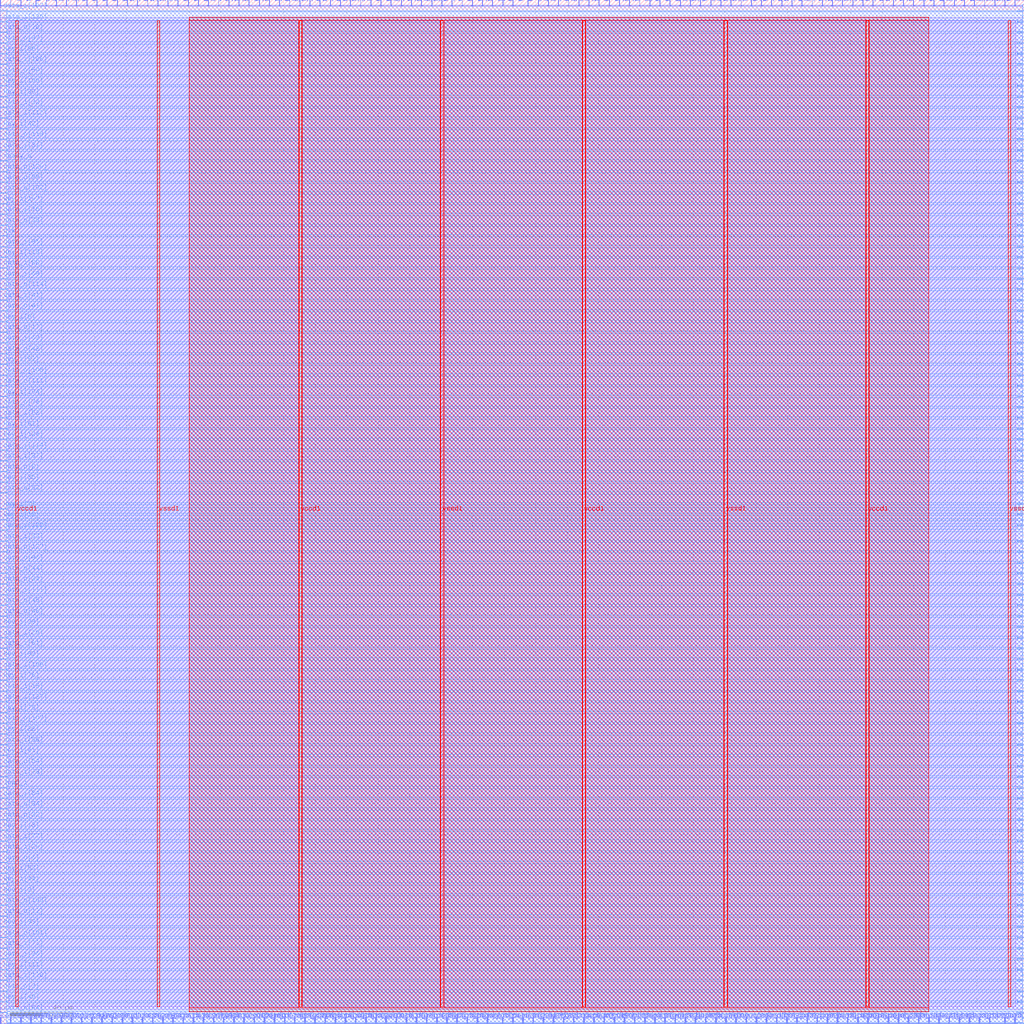
<source format=lef>
VERSION 5.7 ;
  NOWIREEXTENSIONATPIN ON ;
  DIVIDERCHAR "/" ;
  BUSBITCHARS "[]" ;
MACRO aes_Trojan
  CLASS BLOCK ;
  FOREIGN aes_Trojan ;
  ORIGIN 0.000 0.000 ;
  SIZE 650.000 BY 650.000 ;
  PIN clk
    DIRECTION INPUT ;
    USE SIGNAL ;
    ANTENNAGATEAREA 0.852000 ;
    PORT
      LAYER met3 ;
        RECT 0.000 499.840 4.000 500.440 ;
    END
  END clk
  PIN data_i[0]
    DIRECTION INPUT ;
    USE SIGNAL ;
    ANTENNAGATEAREA 0.247500 ;
    PORT
      LAYER met2 ;
        RECT 61.270 646.000 61.550 650.000 ;
    END
  END data_i[0]
  PIN data_i[100]
    DIRECTION INPUT ;
    USE SIGNAL ;
    ANTENNAGATEAREA 0.159000 ;
    PORT
      LAYER met2 ;
        RECT 325.310 646.000 325.590 650.000 ;
    END
  END data_i[100]
  PIN data_i[101]
    DIRECTION INPUT ;
    USE SIGNAL ;
    ANTENNAGATEAREA 0.247500 ;
    PORT
      LAYER met2 ;
        RECT 141.770 0.000 142.050 4.000 ;
    END
  END data_i[101]
  PIN data_i[102]
    DIRECTION INPUT ;
    USE SIGNAL ;
    ANTENNAGATEAREA 0.247500 ;
    PORT
      LAYER met2 ;
        RECT 505.630 0.000 505.910 4.000 ;
    END
  END data_i[102]
  PIN data_i[103]
    DIRECTION INPUT ;
    USE SIGNAL ;
    ANTENNAGATEAREA 0.247500 ;
    PORT
      LAYER met2 ;
        RECT 70.930 0.000 71.210 4.000 ;
    END
  END data_i[103]
  PIN data_i[104]
    DIRECTION INPUT ;
    USE SIGNAL ;
    ANTENNAGATEAREA 0.247500 ;
    PORT
      LAYER met3 ;
        RECT 646.000 197.240 650.000 197.840 ;
    END
  END data_i[104]
  PIN data_i[105]
    DIRECTION INPUT ;
    USE SIGNAL ;
    ANTENNAGATEAREA 0.247500 ;
    PORT
      LAYER met2 ;
        RECT 550.710 0.000 550.990 4.000 ;
    END
  END data_i[105]
  PIN data_i[106]
    DIRECTION INPUT ;
    USE SIGNAL ;
    ANTENNAGATEAREA 0.213000 ;
    PORT
      LAYER met3 ;
        RECT 0.000 608.640 4.000 609.240 ;
    END
  END data_i[106]
  PIN data_i[107]
    DIRECTION INPUT ;
    USE SIGNAL ;
    ANTENNAGATEAREA 0.213000 ;
    PORT
      LAYER met3 ;
        RECT 0.000 642.640 4.000 643.240 ;
    END
  END data_i[107]
  PIN data_i[108]
    DIRECTION INPUT ;
    USE SIGNAL ;
    ANTENNAGATEAREA 0.159000 ;
    PORT
      LAYER met3 ;
        RECT 0.000 224.440 4.000 225.040 ;
    END
  END data_i[108]
  PIN data_i[109]
    DIRECTION INPUT ;
    USE SIGNAL ;
    ANTENNAGATEAREA 0.213000 ;
    PORT
      LAYER met3 ;
        RECT 646.000 336.640 650.000 337.240 ;
    END
  END data_i[109]
  PIN data_i[10]
    DIRECTION INPUT ;
    USE SIGNAL ;
    ANTENNAGATEAREA 0.159000 ;
    PORT
      LAYER met3 ;
        RECT 646.000 513.440 650.000 514.040 ;
    END
  END data_i[10]
  PIN data_i[110]
    DIRECTION INPUT ;
    USE SIGNAL ;
    ANTENNAGATEAREA 0.247500 ;
    PORT
      LAYER met3 ;
        RECT 646.000 74.840 650.000 75.440 ;
    END
  END data_i[110]
  PIN data_i[111]
    DIRECTION INPUT ;
    USE SIGNAL ;
    ANTENNAGATEAREA 0.159000 ;
    PORT
      LAYER met3 ;
        RECT 0.000 272.040 4.000 272.640 ;
    END
  END data_i[111]
  PIN data_i[112]
    DIRECTION INPUT ;
    USE SIGNAL ;
    ANTENNAGATEAREA 0.213000 ;
    PORT
      LAYER met2 ;
        RECT 22.630 646.000 22.910 650.000 ;
    END
  END data_i[112]
  PIN data_i[113]
    DIRECTION INPUT ;
    USE SIGNAL ;
    ANTENNAGATEAREA 0.213000 ;
    PORT
      LAYER met3 ;
        RECT 0.000 574.640 4.000 575.240 ;
    END
  END data_i[113]
  PIN data_i[114]
    DIRECTION INPUT ;
    USE SIGNAL ;
    ANTENNAGATEAREA 0.159000 ;
    PORT
      LAYER met3 ;
        RECT 0.000 363.840 4.000 364.440 ;
    END
  END data_i[114]
  PIN data_i[115]
    DIRECTION INPUT ;
    USE SIGNAL ;
    ANTENNAGATEAREA 0.213000 ;
    PORT
      LAYER met2 ;
        RECT 560.370 646.000 560.650 650.000 ;
    END
  END data_i[115]
  PIN data_i[116]
    DIRECTION INPUT ;
    USE SIGNAL ;
    ANTENNAGATEAREA 0.426000 ;
    PORT
      LAYER met2 ;
        RECT 289.890 0.000 290.170 4.000 ;
    END
  END data_i[116]
  PIN data_i[117]
    DIRECTION INPUT ;
    USE SIGNAL ;
    ANTENNAGATEAREA 0.247500 ;
    PORT
      LAYER met3 ;
        RECT 646.000 343.440 650.000 344.040 ;
    END
  END data_i[117]
  PIN data_i[118]
    DIRECTION INPUT ;
    USE SIGNAL ;
    ANTENNAGATEAREA 0.426000 ;
    PORT
      LAYER met2 ;
        RECT 12.970 646.000 13.250 650.000 ;
    END
  END data_i[118]
  PIN data_i[119]
    DIRECTION INPUT ;
    USE SIGNAL ;
    ANTENNAGATEAREA 0.247500 ;
    PORT
      LAYER met2 ;
        RECT 293.110 646.000 293.390 650.000 ;
    END
  END data_i[119]
  PIN data_i[11]
    DIRECTION INPUT ;
    USE SIGNAL ;
    ANTENNAGATEAREA 0.213000 ;
    PORT
      LAYER met3 ;
        RECT 646.000 622.240 650.000 622.840 ;
    END
  END data_i[11]
  PIN data_i[120]
    DIRECTION INPUT ;
    USE SIGNAL ;
    ANTENNAGATEAREA 0.247500 ;
    PORT
      LAYER met3 ;
        RECT 0.000 27.240 4.000 27.840 ;
    END
  END data_i[120]
  PIN data_i[121]
    DIRECTION INPUT ;
    USE SIGNAL ;
    ANTENNAGATEAREA 0.213000 ;
    PORT
      LAYER met2 ;
        RECT 412.250 646.000 412.530 650.000 ;
    END
  END data_i[121]
  PIN data_i[122]
    DIRECTION INPUT ;
    USE SIGNAL ;
    ANTENNAGATEAREA 0.159000 ;
    PORT
      LAYER met3 ;
        RECT 0.000 312.840 4.000 313.440 ;
    END
  END data_i[122]
  PIN data_i[123]
    DIRECTION INPUT ;
    USE SIGNAL ;
    ANTENNAGATEAREA 0.247500 ;
    PORT
      LAYER met3 ;
        RECT 646.000 142.840 650.000 143.440 ;
    END
  END data_i[123]
  PIN data_i[124]
    DIRECTION INPUT ;
    USE SIGNAL ;
    ANTENNAGATEAREA 0.159000 ;
    PORT
      LAYER met2 ;
        RECT 386.490 646.000 386.770 650.000 ;
    END
  END data_i[124]
  PIN data_i[125]
    DIRECTION INPUT ;
    USE SIGNAL ;
    ANTENNAGATEAREA 0.247500 ;
    PORT
      LAYER met2 ;
        RECT 557.150 0.000 557.430 4.000 ;
    END
  END data_i[125]
  PIN data_i[126]
    DIRECTION INPUT ;
    USE SIGNAL ;
    ANTENNAGATEAREA 0.247500 ;
    PORT
      LAYER met3 ;
        RECT 0.000 635.840 4.000 636.440 ;
    END
  END data_i[126]
  PIN data_i[127]
    DIRECTION INPUT ;
    USE SIGNAL ;
    ANTENNAGATEAREA 0.213000 ;
    PORT
      LAYER met3 ;
        RECT 0.000 204.040 4.000 204.640 ;
    END
  END data_i[127]
  PIN data_i[12]
    DIRECTION INPUT ;
    USE SIGNAL ;
    ANTENNAGATEAREA 0.247500 ;
    PORT
      LAYER met2 ;
        RECT 6.530 646.000 6.810 650.000 ;
    END
  END data_i[12]
  PIN data_i[13]
    DIRECTION INPUT ;
    USE SIGNAL ;
    ANTENNAGATEAREA 0.159000 ;
    PORT
      LAYER met2 ;
        RECT 495.970 646.000 496.250 650.000 ;
    END
  END data_i[13]
  PIN data_i[14]
    DIRECTION INPUT ;
    USE SIGNAL ;
    ANTENNAGATEAREA 0.213000 ;
    PORT
      LAYER met2 ;
        RECT 360.730 646.000 361.010 650.000 ;
    END
  END data_i[14]
  PIN data_i[15]
    DIRECTION INPUT ;
    USE SIGNAL ;
    ANTENNAGATEAREA 0.247500 ;
    PORT
      LAYER met3 ;
        RECT 0.000 210.840 4.000 211.440 ;
    END
  END data_i[15]
  PIN data_i[16]
    DIRECTION INPUT ;
    USE SIGNAL ;
    ANTENNAGATEAREA 0.213000 ;
    PORT
      LAYER met2 ;
        RECT 409.030 0.000 409.310 4.000 ;
    END
  END data_i[16]
  PIN data_i[17]
    DIRECTION INPUT ;
    USE SIGNAL ;
    ANTENNAGATEAREA 0.247500 ;
    PORT
      LAYER met2 ;
        RECT 277.010 0.000 277.290 4.000 ;
    END
  END data_i[17]
  PIN data_i[18]
    DIRECTION INPUT ;
    USE SIGNAL ;
    ANTENNAGATEAREA 0.159000 ;
    PORT
      LAYER met2 ;
        RECT 254.470 646.000 254.750 650.000 ;
    END
  END data_i[18]
  PIN data_i[19]
    DIRECTION INPUT ;
    USE SIGNAL ;
    ANTENNAGATEAREA 0.247500 ;
    PORT
      LAYER met2 ;
        RECT 589.350 0.000 589.630 4.000 ;
    END
  END data_i[19]
  PIN data_i[1]
    DIRECTION INPUT ;
    USE SIGNAL ;
    ANTENNAGATEAREA 0.159000 ;
    PORT
      LAYER met2 ;
        RECT 286.670 646.000 286.950 650.000 ;
    END
  END data_i[1]
  PIN data_i[20]
    DIRECTION INPUT ;
    USE SIGNAL ;
    ANTENNAGATEAREA 0.426000 ;
    PORT
      LAYER met3 ;
        RECT 0.000 108.840 4.000 109.440 ;
    END
  END data_i[20]
  PIN data_i[21]
    DIRECTION INPUT ;
    USE SIGNAL ;
    ANTENNAGATEAREA 0.247500 ;
    PORT
      LAYER met2 ;
        RECT 35.510 646.000 35.790 650.000 ;
    END
  END data_i[21]
  PIN data_i[22]
    DIRECTION INPUT ;
    USE SIGNAL ;
    ANTENNAGATEAREA 0.159000 ;
    PORT
      LAYER met3 ;
        RECT 646.000 499.840 650.000 500.440 ;
    END
  END data_i[22]
  PIN data_i[23]
    DIRECTION INPUT ;
    USE SIGNAL ;
    ANTENNAGATEAREA 0.426000 ;
    PORT
      LAYER met2 ;
        RECT 148.210 0.000 148.490 4.000 ;
    END
  END data_i[23]
  PIN data_i[24]
    DIRECTION INPUT ;
    USE SIGNAL ;
    ANTENNAGATEAREA 0.159000 ;
    PORT
      LAYER met2 ;
        RECT 235.150 646.000 235.430 650.000 ;
    END
  END data_i[24]
  PIN data_i[25]
    DIRECTION INPUT ;
    USE SIGNAL ;
    ANTENNAGATEAREA 0.213000 ;
    PORT
      LAYER met2 ;
        RECT 579.690 646.000 579.970 650.000 ;
    END
  END data_i[25]
  PIN data_i[26]
    DIRECTION INPUT ;
    USE SIGNAL ;
    ANTENNAGATEAREA 0.426000 ;
    PORT
      LAYER met3 ;
        RECT 0.000 40.840 4.000 41.440 ;
    END
  END data_i[26]
  PIN data_i[27]
    DIRECTION INPUT ;
    USE SIGNAL ;
    ANTENNAGATEAREA 0.159000 ;
    PORT
      LAYER met2 ;
        RECT 515.290 646.000 515.570 650.000 ;
    END
  END data_i[27]
  PIN data_i[28]
    DIRECTION INPUT ;
    USE SIGNAL ;
    ANTENNAGATEAREA 0.213000 ;
    PORT
      LAYER met3 ;
        RECT 646.000 404.640 650.000 405.240 ;
    END
  END data_i[28]
  PIN data_i[29]
    DIRECTION INPUT ;
    USE SIGNAL ;
    ANTENNAGATEAREA 0.213000 ;
    PORT
      LAYER met3 ;
        RECT 646.000 431.840 650.000 432.440 ;
    END
  END data_i[29]
  PIN data_i[2]
    DIRECTION INPUT ;
    USE SIGNAL ;
    ANTENNAGATEAREA 0.159000 ;
    PORT
      LAYER met3 ;
        RECT 646.000 581.440 650.000 582.040 ;
    END
  END data_i[2]
  PIN data_i[30]
    DIRECTION INPUT ;
    USE SIGNAL ;
    ANTENNAGATEAREA 0.247500 ;
    PORT
      LAYER met3 ;
        RECT 0.000 244.840 4.000 245.440 ;
    END
  END data_i[30]
  PIN data_i[31]
    DIRECTION INPUT ;
    USE SIGNAL ;
    ANTENNAGATEAREA 0.213000 ;
    PORT
      LAYER met3 ;
        RECT 0.000 554.240 4.000 554.840 ;
    END
  END data_i[31]
  PIN data_i[32]
    DIRECTION INPUT ;
    USE SIGNAL ;
    ANTENNAGATEAREA 0.213000 ;
    PORT
      LAYER met3 ;
        RECT 0.000 581.440 4.000 582.040 ;
    END
  END data_i[32]
  PIN data_i[33]
    DIRECTION INPUT ;
    USE SIGNAL ;
    ANTENNAGATEAREA 0.213000 ;
    PORT
      LAYER met3 ;
        RECT 0.000 306.040 4.000 306.640 ;
    END
  END data_i[33]
  PIN data_i[34]
    DIRECTION INPUT ;
    USE SIGNAL ;
    ANTENNAGATEAREA 0.213000 ;
    PORT
      LAYER met2 ;
        RECT 99.910 646.000 100.190 650.000 ;
    END
  END data_i[34]
  PIN data_i[35]
    DIRECTION INPUT ;
    USE SIGNAL ;
    ANTENNAGATEAREA 0.159000 ;
    PORT
      LAYER met2 ;
        RECT 164.310 646.000 164.590 650.000 ;
    END
  END data_i[35]
  PIN data_i[36]
    DIRECTION INPUT ;
    USE SIGNAL ;
    ANTENNAGATEAREA 0.213000 ;
    PORT
      LAYER met2 ;
        RECT 312.430 646.000 312.710 650.000 ;
    END
  END data_i[36]
  PIN data_i[37]
    DIRECTION INPUT ;
    USE SIGNAL ;
    ANTENNAGATEAREA 0.426000 ;
    PORT
      LAYER met2 ;
        RECT 608.670 0.000 608.950 4.000 ;
    END
  END data_i[37]
  PIN data_i[38]
    DIRECTION INPUT ;
    USE SIGNAL ;
    ANTENNAGATEAREA 0.159000 ;
    PORT
      LAYER met2 ;
        RECT 534.610 646.000 534.890 650.000 ;
    END
  END data_i[38]
  PIN data_i[39]
    DIRECTION INPUT ;
    USE SIGNAL ;
    ANTENNAGATEAREA 0.213000 ;
    PORT
      LAYER met2 ;
        RECT 325.310 0.000 325.590 4.000 ;
    END
  END data_i[39]
  PIN data_i[3]
    DIRECTION INPUT ;
    USE SIGNAL ;
    ANTENNAGATEAREA 0.247500 ;
    PORT
      LAYER met3 ;
        RECT 646.000 156.440 650.000 157.040 ;
    END
  END data_i[3]
  PIN data_i[40]
    DIRECTION INPUT ;
    USE SIGNAL ;
    ANTENNAGATEAREA 0.159000 ;
    PORT
      LAYER met2 ;
        RECT 483.090 646.000 483.370 650.000 ;
    END
  END data_i[40]
  PIN data_i[41]
    DIRECTION INPUT ;
    USE SIGNAL ;
    ANTENNAGATEAREA 0.247500 ;
    PORT
      LAYER met3 ;
        RECT 0.000 459.040 4.000 459.640 ;
    END
  END data_i[41]
  PIN data_i[42]
    DIRECTION INPUT ;
    USE SIGNAL ;
    ANTENNAGATEAREA 0.247500 ;
    PORT
      LAYER met3 ;
        RECT 646.000 102.040 650.000 102.640 ;
    END
  END data_i[42]
  PIN data_i[43]
    DIRECTION INPUT ;
    USE SIGNAL ;
    ANTENNAGATEAREA 0.213000 ;
    PORT
      LAYER met2 ;
        RECT 270.570 0.000 270.850 4.000 ;
    END
  END data_i[43]
  PIN data_i[44]
    DIRECTION INPUT ;
    USE SIGNAL ;
    ANTENNAGATEAREA 0.247500 ;
    PORT
      LAYER met2 ;
        RECT 576.470 0.000 576.750 4.000 ;
    END
  END data_i[44]
  PIN data_i[45]
    DIRECTION INPUT ;
    USE SIGNAL ;
    ANTENNAGATEAREA 0.247500 ;
    PORT
      LAYER met2 ;
        RECT 644.090 646.000 644.370 650.000 ;
    END
  END data_i[45]
  PIN data_i[46]
    DIRECTION INPUT ;
    USE SIGNAL ;
    ANTENNAGATEAREA 0.213000 ;
    PORT
      LAYER met2 ;
        RECT 363.950 0.000 364.230 4.000 ;
    END
  END data_i[46]
  PIN data_i[47]
    DIRECTION INPUT ;
    USE SIGNAL ;
    ANTENNAGATEAREA 0.247500 ;
    PORT
      LAYER met2 ;
        RECT 492.750 0.000 493.030 4.000 ;
    END
  END data_i[47]
  PIN data_i[48]
    DIRECTION INPUT ;
    USE SIGNAL ;
    ANTENNAGATEAREA 0.159000 ;
    PORT
      LAYER met2 ;
        RECT 228.710 646.000 228.990 650.000 ;
    END
  END data_i[48]
  PIN data_i[49]
    DIRECTION INPUT ;
    USE SIGNAL ;
    ANTENNAGATEAREA 0.159000 ;
    PORT
      LAYER met2 ;
        RECT 392.930 646.000 393.210 650.000 ;
    END
  END data_i[49]
  PIN data_i[4]
    DIRECTION INPUT ;
    USE SIGNAL ;
    ANTENNAGATEAREA 0.247500 ;
    PORT
      LAYER met3 ;
        RECT 646.000 61.240 650.000 61.840 ;
    END
  END data_i[4]
  PIN data_i[50]
    DIRECTION INPUT ;
    USE SIGNAL ;
    ANTENNAGATEAREA 0.213000 ;
    PORT
      LAYER met2 ;
        RECT 370.390 0.000 370.670 4.000 ;
    END
  END data_i[50]
  PIN data_i[51]
    DIRECTION INPUT ;
    USE SIGNAL ;
    ANTENNAGATEAREA 0.426000 ;
    PORT
      LAYER met2 ;
        RECT 38.730 0.000 39.010 4.000 ;
    END
  END data_i[51]
  PIN data_i[52]
    DIRECTION INPUT ;
    USE SIGNAL ;
    ANTENNAGATEAREA 0.213000 ;
    PORT
      LAYER met3 ;
        RECT 0.000 384.240 4.000 384.840 ;
    END
  END data_i[52]
  PIN data_i[53]
    DIRECTION INPUT ;
    USE SIGNAL ;
    ANTENNAGATEAREA 0.213000 ;
    PORT
      LAYER met2 ;
        RECT 566.810 646.000 567.090 650.000 ;
    END
  END data_i[53]
  PIN data_i[54]
    DIRECTION INPUT ;
    USE SIGNAL ;
    ANTENNAGATEAREA 0.247500 ;
    PORT
      LAYER met2 ;
        RECT 122.450 0.000 122.730 4.000 ;
    END
  END data_i[54]
  PIN data_i[55]
    DIRECTION INPUT ;
    USE SIGNAL ;
    ANTENNAGATEAREA 0.247500 ;
    PORT
      LAYER met3 ;
        RECT 646.000 642.640 650.000 643.240 ;
    END
  END data_i[55]
  PIN data_i[56]
    DIRECTION INPUT ;
    USE SIGNAL ;
    ANTENNAGATEAREA 0.247500 ;
    PORT
      LAYER met3 ;
        RECT 0.000 176.840 4.000 177.440 ;
    END
  END data_i[56]
  PIN data_i[57]
    DIRECTION INPUT ;
    USE SIGNAL ;
    ANTENNAGATEAREA 0.159000 ;
    PORT
      LAYER met2 ;
        RECT 248.030 646.000 248.310 650.000 ;
    END
  END data_i[57]
  PIN data_i[58]
    DIRECTION INPUT ;
    USE SIGNAL ;
    ANTENNAGATEAREA 0.213000 ;
    PORT
      LAYER met3 ;
        RECT 646.000 224.440 650.000 225.040 ;
    END
  END data_i[58]
  PIN data_i[59]
    DIRECTION INPUT ;
    USE SIGNAL ;
    ANTENNAGATEAREA 0.213000 ;
    PORT
      LAYER met3 ;
        RECT 646.000 533.840 650.000 534.440 ;
    END
  END data_i[59]
  PIN data_i[5]
    DIRECTION INPUT ;
    USE SIGNAL ;
    ANTENNAGATEAREA 0.213000 ;
    PORT
      LAYER met2 ;
        RECT 144.990 646.000 145.270 650.000 ;
    END
  END data_i[5]
  PIN data_i[60]
    DIRECTION INPUT ;
    USE SIGNAL ;
    ANTENNAGATEAREA 0.213000 ;
    PORT
      LAYER met3 ;
        RECT 646.000 574.640 650.000 575.240 ;
    END
  END data_i[60]
  PIN data_i[61]
    DIRECTION INPUT ;
    USE SIGNAL ;
    ANTENNAGATEAREA 0.247500 ;
    PORT
      LAYER met3 ;
        RECT 0.000 238.040 4.000 238.640 ;
    END
  END data_i[61]
  PIN data_i[62]
    DIRECTION INPUT ;
    USE SIGNAL ;
    ANTENNAGATEAREA 0.247500 ;
    PORT
      LAYER met3 ;
        RECT 0.000 431.840 4.000 432.440 ;
    END
  END data_i[62]
  PIN data_i[63]
    DIRECTION INPUT ;
    USE SIGNAL ;
    ANTENNAGATEAREA 0.213000 ;
    PORT
      LAYER met3 ;
        RECT 646.000 329.840 650.000 330.440 ;
    END
  END data_i[63]
  PIN data_i[64]
    DIRECTION INPUT ;
    USE SIGNAL ;
    ANTENNAGATEAREA 0.247500 ;
    PORT
      LAYER met2 ;
        RECT 199.730 0.000 200.010 4.000 ;
    END
  END data_i[64]
  PIN data_i[65]
    DIRECTION INPUT ;
    USE SIGNAL ;
    ANTENNAGATEAREA 0.247500 ;
    PORT
      LAYER met3 ;
        RECT 646.000 115.640 650.000 116.240 ;
    END
  END data_i[65]
  PIN data_i[66]
    DIRECTION INPUT ;
    USE SIGNAL ;
    ANTENNAGATEAREA 0.247500 ;
    PORT
      LAYER met2 ;
        RECT 48.390 646.000 48.670 650.000 ;
    END
  END data_i[66]
  PIN data_i[67]
    DIRECTION INPUT ;
    USE SIGNAL ;
    ANTENNAGATEAREA 0.213000 ;
    PORT
      LAYER met2 ;
        RECT 299.550 646.000 299.830 650.000 ;
    END
  END data_i[67]
  PIN data_i[68]
    DIRECTION INPUT ;
    USE SIGNAL ;
    ANTENNAGATEAREA 0.213000 ;
    PORT
      LAYER met3 ;
        RECT 0.000 472.640 4.000 473.240 ;
    END
  END data_i[68]
  PIN data_i[69]
    DIRECTION INPUT ;
    USE SIGNAL ;
    ANTENNAGATEAREA 0.247500 ;
    PORT
      LAYER met3 ;
        RECT 646.000 238.040 650.000 238.640 ;
    END
  END data_i[69]
  PIN data_i[6]
    DIRECTION INPUT ;
    USE SIGNAL ;
    ANTENNAGATEAREA 0.213000 ;
    PORT
      LAYER met2 ;
        RECT 380.050 646.000 380.330 650.000 ;
    END
  END data_i[6]
  PIN data_i[70]
    DIRECTION INPUT ;
    USE SIGNAL ;
    ANTENNAGATEAREA 0.159000 ;
    PORT
      LAYER met2 ;
        RECT 399.370 646.000 399.650 650.000 ;
    END
  END data_i[70]
  PIN data_i[71]
    DIRECTION INPUT ;
    USE SIGNAL ;
    ANTENNAGATEAREA 0.247500 ;
    PORT
      LAYER met3 ;
        RECT 646.000 40.840 650.000 41.440 ;
    END
  END data_i[71]
  PIN data_i[72]
    DIRECTION INPUT ;
    USE SIGNAL ;
    ANTENNAGATEAREA 0.213000 ;
    PORT
      LAYER met2 ;
        RECT 334.970 646.000 335.250 650.000 ;
    END
  END data_i[72]
  PIN data_i[73]
    DIRECTION INPUT ;
    USE SIGNAL ;
    ANTENNAGATEAREA 0.247500 ;
    PORT
      LAYER met3 ;
        RECT 0.000 47.640 4.000 48.240 ;
    END
  END data_i[73]
  PIN data_i[74]
    DIRECTION INPUT ;
    USE SIGNAL ;
    ANTENNAGATEAREA 0.213000 ;
    PORT
      LAYER met3 ;
        RECT 646.000 384.240 650.000 384.840 ;
    END
  END data_i[74]
  PIN data_i[75]
    DIRECTION INPUT ;
    USE SIGNAL ;
    ANTENNAGATEAREA 0.159000 ;
    PORT
      LAYER met2 ;
        RECT 138.550 646.000 138.830 650.000 ;
    END
  END data_i[75]
  PIN data_i[76]
    DIRECTION INPUT ;
    USE SIGNAL ;
    ANTENNAGATEAREA 0.159000 ;
    PORT
      LAYER met3 ;
        RECT 0.000 513.440 4.000 514.040 ;
    END
  END data_i[76]
  PIN data_i[77]
    DIRECTION INPUT ;
    USE SIGNAL ;
    ANTENNAGATEAREA 0.213000 ;
    PORT
      LAYER met3 ;
        RECT 0.000 115.640 4.000 116.240 ;
    END
  END data_i[77]
  PIN data_i[78]
    DIRECTION INPUT ;
    USE SIGNAL ;
    ANTENNAGATEAREA 0.247500 ;
    PORT
      LAYER met3 ;
        RECT 0.000 156.440 4.000 157.040 ;
    END
  END data_i[78]
  PIN data_i[79]
    DIRECTION INPUT ;
    USE SIGNAL ;
    ANTENNAGATEAREA 0.159000 ;
    PORT
      LAYER met2 ;
        RECT 222.270 646.000 222.550 650.000 ;
    END
  END data_i[79]
  PIN data_i[7]
    DIRECTION INPUT ;
    USE SIGNAL ;
    ANTENNAGATEAREA 0.247500 ;
    PORT
      LAYER met3 ;
        RECT 646.000 68.040 650.000 68.640 ;
    END
  END data_i[7]
  PIN data_i[80]
    DIRECTION INPUT ;
    USE SIGNAL ;
    ANTENNAGATEAREA 0.213000 ;
    PORT
      LAYER met3 ;
        RECT 646.000 452.240 650.000 452.840 ;
    END
  END data_i[80]
  PIN data_i[81]
    DIRECTION INPUT ;
    USE SIGNAL ;
    ANTENNAGATEAREA 0.159000 ;
    PORT
      LAYER met2 ;
        RECT 170.750 646.000 171.030 650.000 ;
    END
  END data_i[81]
  PIN data_i[82]
    DIRECTION INPUT ;
    USE SIGNAL ;
    ANTENNAGATEAREA 0.247500 ;
    PORT
      LAYER met2 ;
        RECT 173.970 0.000 174.250 4.000 ;
    END
  END data_i[82]
  PIN data_i[83]
    DIRECTION INPUT ;
    USE SIGNAL ;
    ANTENNAGATEAREA 0.213000 ;
    PORT
      LAYER met3 ;
        RECT 646.000 527.040 650.000 527.640 ;
    END
  END data_i[83]
  PIN data_i[84]
    DIRECTION INPUT ;
    USE SIGNAL ;
    ANTENNAGATEAREA 0.247500 ;
    PORT
      LAYER met3 ;
        RECT 0.000 142.840 4.000 143.440 ;
    END
  END data_i[84]
  PIN data_i[85]
    DIRECTION INPUT ;
    USE SIGNAL ;
    ANTENNAGATEAREA 0.159000 ;
    PORT
      LAYER met3 ;
        RECT 0.000 493.040 4.000 493.640 ;
    END
  END data_i[85]
  PIN data_i[86]
    DIRECTION INPUT ;
    USE SIGNAL ;
    ANTENNAGATEAREA 0.247500 ;
    PORT
      LAYER met3 ;
        RECT 646.000 299.240 650.000 299.840 ;
    END
  END data_i[86]
  PIN data_i[87]
    DIRECTION INPUT ;
    USE SIGNAL ;
    ANTENNAGATEAREA 0.247500 ;
    PORT
      LAYER met3 ;
        RECT 0.000 357.040 4.000 357.640 ;
    END
  END data_i[87]
  PIN data_i[88]
    DIRECTION INPUT ;
    USE SIGNAL ;
    ANTENNAGATEAREA 0.213000 ;
    PORT
      LAYER met3 ;
        RECT 0.000 479.440 4.000 480.040 ;
    END
  END data_i[88]
  PIN data_i[89]
    DIRECTION INPUT ;
    USE SIGNAL ;
    ANTENNAGATEAREA 0.213000 ;
    PORT
      LAYER met2 ;
        RECT 389.710 0.000 389.990 4.000 ;
    END
  END data_i[89]
  PIN data_i[8]
    DIRECTION INPUT ;
    USE SIGNAL ;
    ANTENNAGATEAREA 0.159000 ;
    PORT
      LAYER met3 ;
        RECT 646.000 540.640 650.000 541.240 ;
    END
  END data_i[8]
  PIN data_i[90]
    DIRECTION INPUT ;
    USE SIGNAL ;
    ANTENNAGATEAREA 0.213000 ;
    PORT
      LAYER met2 ;
        RECT 444.450 646.000 444.730 650.000 ;
    END
  END data_i[90]
  PIN data_i[91]
    DIRECTION INPUT ;
    USE SIGNAL ;
    ANTENNAGATEAREA 0.247500 ;
    PORT
      LAYER met3 ;
        RECT 646.000 615.440 650.000 616.040 ;
    END
  END data_i[91]
  PIN data_i[92]
    DIRECTION INPUT ;
    USE SIGNAL ;
    ANTENNAGATEAREA 0.247500 ;
    PORT
      LAYER met3 ;
        RECT 646.000 95.240 650.000 95.840 ;
    END
  END data_i[92]
  PIN data_i[93]
    DIRECTION INPUT ;
    USE SIGNAL ;
    ANTENNAGATEAREA 0.213000 ;
    PORT
      LAYER met2 ;
        RECT 186.850 0.000 187.130 4.000 ;
    END
  END data_i[93]
  PIN data_i[94]
    DIRECTION INPUT ;
    USE SIGNAL ;
    ANTENNAGATEAREA 0.213000 ;
    PORT
      LAYER met2 ;
        RECT 80.590 646.000 80.870 650.000 ;
    END
  END data_i[94]
  PIN data_i[95]
    DIRECTION INPUT ;
    USE SIGNAL ;
    ANTENNAGATEAREA 0.159000 ;
    PORT
      LAYER met2 ;
        RECT 212.610 0.000 212.890 4.000 ;
    END
  END data_i[95]
  PIN data_i[96]
    DIRECTION INPUT ;
    USE SIGNAL ;
    ANTENNAGATEAREA 0.426000 ;
    PORT
      LAYER met2 ;
        RECT 54.830 646.000 55.110 650.000 ;
    END
  END data_i[96]
  PIN data_i[97]
    DIRECTION INPUT ;
    USE SIGNAL ;
    ANTENNAGATEAREA 0.426000 ;
    PORT
      LAYER met2 ;
        RECT 563.590 0.000 563.870 4.000 ;
    END
  END data_i[97]
  PIN data_i[98]
    DIRECTION INPUT ;
    USE SIGNAL ;
    ANTENNAGATEAREA 0.213000 ;
    PORT
      LAYER met2 ;
        RECT 67.710 646.000 67.990 650.000 ;
    END
  END data_i[98]
  PIN data_i[99]
    DIRECTION INPUT ;
    USE SIGNAL ;
    ANTENNAGATEAREA 0.247500 ;
    PORT
      LAYER met2 ;
        RECT 402.590 0.000 402.870 4.000 ;
    END
  END data_i[99]
  PIN data_i[9]
    DIRECTION INPUT ;
    USE SIGNAL ;
    ANTENNAGATEAREA 0.213000 ;
    PORT
      LAYER met2 ;
        RECT 132.110 646.000 132.390 650.000 ;
    END
  END data_i[9]
  PIN data_o[0]
    DIRECTION OUTPUT TRISTATE ;
    USE SIGNAL ;
    ANTENNADIFFAREA 0.795200 ;
    PORT
      LAYER met2 ;
        RECT 447.670 0.000 447.950 4.000 ;
    END
  END data_o[0]
  PIN data_o[100]
    DIRECTION OUTPUT TRISTATE ;
    USE SIGNAL ;
    ANTENNADIFFAREA 0.795200 ;
    PORT
      LAYER met2 ;
        RECT 428.350 0.000 428.630 4.000 ;
    END
  END data_o[100]
  PIN data_o[101]
    DIRECTION OUTPUT TRISTATE ;
    USE SIGNAL ;
    ANTENNADIFFAREA 0.795200 ;
    PORT
      LAYER met3 ;
        RECT 0.000 54.440 4.000 55.040 ;
    END
  END data_o[101]
  PIN data_o[102]
    DIRECTION OUTPUT TRISTATE ;
    USE SIGNAL ;
    ANTENNADIFFAREA 0.795200 ;
    PORT
      LAYER met3 ;
        RECT 0.000 527.040 4.000 527.640 ;
    END
  END data_o[102]
  PIN data_o[103]
    DIRECTION OUTPUT TRISTATE ;
    USE SIGNAL ;
    ANTENNADIFFAREA 0.795200 ;
    PORT
      LAYER met2 ;
        RECT 257.690 0.000 257.970 4.000 ;
    END
  END data_o[103]
  PIN data_o[104]
    DIRECTION OUTPUT TRISTATE ;
    USE SIGNAL ;
    ANTENNADIFFAREA 0.445500 ;
    PORT
      LAYER met3 ;
        RECT 646.000 459.040 650.000 459.640 ;
    END
  END data_o[104]
  PIN data_o[105]
    DIRECTION OUTPUT TRISTATE ;
    USE SIGNAL ;
    ANTENNADIFFAREA 0.445500 ;
    PORT
      LAYER met3 ;
        RECT 646.000 418.240 650.000 418.840 ;
    END
  END data_o[105]
  PIN data_o[106]
    DIRECTION OUTPUT TRISTATE ;
    USE SIGNAL ;
    ANTENNADIFFAREA 0.795200 ;
    PORT
      LAYER met3 ;
        RECT 0.000 411.440 4.000 412.040 ;
    END
  END data_o[106]
  PIN data_o[107]
    DIRECTION OUTPUT TRISTATE ;
    USE SIGNAL ;
    ANTENNADIFFAREA 0.795200 ;
    PORT
      LAYER met3 ;
        RECT 0.000 190.440 4.000 191.040 ;
    END
  END data_o[107]
  PIN data_o[108]
    DIRECTION OUTPUT TRISTATE ;
    USE SIGNAL ;
    ANTENNADIFFAREA 0.795200 ;
    PORT
      LAYER met3 ;
        RECT 0.000 74.840 4.000 75.440 ;
    END
  END data_o[108]
  PIN data_o[109]
    DIRECTION OUTPUT TRISTATE ;
    USE SIGNAL ;
    ANTENNADIFFAREA 0.445500 ;
    PORT
      LAYER met2 ;
        RECT 112.790 646.000 113.070 650.000 ;
    END
  END data_o[109]
  PIN data_o[10]
    DIRECTION OUTPUT TRISTATE ;
    USE SIGNAL ;
    ANTENNADIFFAREA 0.795200 ;
    PORT
      LAYER met2 ;
        RECT 206.170 0.000 206.450 4.000 ;
    END
  END data_o[10]
  PIN data_o[110]
    DIRECTION OUTPUT TRISTATE ;
    USE SIGNAL ;
    ANTENNADIFFAREA 0.445500 ;
    PORT
      LAYER met3 ;
        RECT 646.000 608.640 650.000 609.240 ;
    END
  END data_o[110]
  PIN data_o[111]
    DIRECTION OUTPUT TRISTATE ;
    USE SIGNAL ;
    ANTENNADIFFAREA 0.795200 ;
    PORT
      LAYER met3 ;
        RECT 0.000 404.640 4.000 405.240 ;
    END
  END data_o[111]
  PIN data_o[112]
    DIRECTION OUTPUT TRISTATE ;
    USE SIGNAL ;
    ANTENNADIFFAREA 0.445500 ;
    PORT
      LAYER met3 ;
        RECT 646.000 204.040 650.000 204.640 ;
    END
  END data_o[112]
  PIN data_o[113]
    DIRECTION OUTPUT TRISTATE ;
    USE SIGNAL ;
    ANTENNADIFFAREA 0.795200 ;
    PORT
      LAYER met2 ;
        RECT 296.330 0.000 296.610 4.000 ;
    END
  END data_o[113]
  PIN data_o[114]
    DIRECTION OUTPUT TRISTATE ;
    USE SIGNAL ;
    ANTENNADIFFAREA 0.795200 ;
    PORT
      LAYER met3 ;
        RECT 0.000 465.840 4.000 466.440 ;
    END
  END data_o[114]
  PIN data_o[115]
    DIRECTION OUTPUT TRISTATE ;
    USE SIGNAL ;
    ANTENNADIFFAREA 0.445500 ;
    PORT
      LAYER met3 ;
        RECT 646.000 486.240 650.000 486.840 ;
    END
  END data_o[115]
  PIN data_o[116]
    DIRECTION OUTPUT TRISTATE ;
    USE SIGNAL ;
    ANTENNADIFFAREA 0.795200 ;
    PORT
      LAYER met2 ;
        RECT 151.430 646.000 151.710 650.000 ;
    END
  END data_o[116]
  PIN data_o[117]
    DIRECTION OUTPUT TRISTATE ;
    USE SIGNAL ;
    ANTENNADIFFAREA 0.445500 ;
    PORT
      LAYER met3 ;
        RECT 646.000 136.040 650.000 136.640 ;
    END
  END data_o[117]
  PIN data_o[118]
    DIRECTION OUTPUT TRISTATE ;
    USE SIGNAL ;
    ANTENNADIFFAREA 0.795200 ;
    PORT
      LAYER met3 ;
        RECT 0.000 561.040 4.000 561.640 ;
    END
  END data_o[118]
  PIN data_o[119]
    DIRECTION OUTPUT TRISTATE ;
    USE SIGNAL ;
    ANTENNADIFFAREA 0.795200 ;
    PORT
      LAYER met2 ;
        RECT 524.950 0.000 525.230 4.000 ;
    END
  END data_o[119]
  PIN data_o[11]
    DIRECTION OUTPUT TRISTATE ;
    USE SIGNAL ;
    ANTENNADIFFAREA 0.445500 ;
    PORT
      LAYER met3 ;
        RECT 646.000 231.240 650.000 231.840 ;
    END
  END data_o[11]
  PIN data_o[120]
    DIRECTION OUTPUT TRISTATE ;
    USE SIGNAL ;
    ANTENNADIFFAREA 0.795200 ;
    PORT
      LAYER met3 ;
        RECT 0.000 540.640 4.000 541.240 ;
    END
  END data_o[120]
  PIN data_o[121]
    DIRECTION OUTPUT TRISTATE ;
    USE SIGNAL ;
    ANTENNADIFFAREA 0.795200 ;
    PORT
      LAYER met2 ;
        RECT 415.470 0.000 415.750 4.000 ;
    END
  END data_o[121]
  PIN data_o[122]
    DIRECTION OUTPUT TRISTATE ;
    USE SIGNAL ;
    ANTENNADIFFAREA 0.795200 ;
    PORT
      LAYER met2 ;
        RECT 180.410 0.000 180.690 4.000 ;
    END
  END data_o[122]
  PIN data_o[123]
    DIRECTION OUTPUT TRISTATE ;
    USE SIGNAL ;
    ANTENNADIFFAREA 0.795200 ;
    PORT
      LAYER met2 ;
        RECT 219.050 0.000 219.330 4.000 ;
    END
  END data_o[123]
  PIN data_o[124]
    DIRECTION OUTPUT TRISTATE ;
    USE SIGNAL ;
    ANTENNADIFFAREA 0.445500 ;
    PORT
      LAYER met3 ;
        RECT 646.000 554.240 650.000 554.840 ;
    END
  END data_o[124]
  PIN data_o[125]
    DIRECTION OUTPUT TRISTATE ;
    USE SIGNAL ;
    ANTENNADIFFAREA 0.445500 ;
    PORT
      LAYER met3 ;
        RECT 646.000 520.240 650.000 520.840 ;
    END
  END data_o[125]
  PIN data_o[126]
    DIRECTION OUTPUT TRISTATE ;
    USE SIGNAL ;
    ANTENNADIFFAREA 0.445500 ;
    PORT
      LAYER met3 ;
        RECT 646.000 258.440 650.000 259.040 ;
    END
  END data_o[126]
  PIN data_o[127]
    DIRECTION OUTPUT TRISTATE ;
    USE SIGNAL ;
    ANTENNADIFFAREA 0.795200 ;
    PORT
      LAYER met3 ;
        RECT 0.000 299.240 4.000 299.840 ;
    END
  END data_o[127]
  PIN data_o[12]
    DIRECTION OUTPUT TRISTATE ;
    USE SIGNAL ;
    ANTENNADIFFAREA 0.795200 ;
    PORT
      LAYER met3 ;
        RECT 0.000 68.040 4.000 68.640 ;
    END
  END data_o[12]
  PIN data_o[13]
    DIRECTION OUTPUT TRISTATE ;
    USE SIGNAL ;
    ANTENNADIFFAREA 0.795200 ;
    PORT
      LAYER met2 ;
        RECT 605.450 646.000 605.730 650.000 ;
    END
  END data_o[13]
  PIN data_o[14]
    DIRECTION OUTPUT TRISTATE ;
    USE SIGNAL ;
    ANTENNADIFFAREA 0.445500 ;
    PORT
      LAYER met3 ;
        RECT 646.000 210.840 650.000 211.440 ;
    END
  END data_o[14]
  PIN data_o[15]
    DIRECTION OUTPUT TRISTATE ;
    USE SIGNAL ;
    ANTENNADIFFAREA 0.795200 ;
    PORT
      LAYER met2 ;
        RECT 637.650 646.000 637.930 650.000 ;
    END
  END data_o[15]
  PIN data_o[16]
    DIRECTION OUTPUT TRISTATE ;
    USE SIGNAL ;
    ANTENNADIFFAREA 0.795200 ;
    PORT
      LAYER met2 ;
        RECT 0.090 646.000 0.370 650.000 ;
    END
  END data_o[16]
  PIN data_o[17]
    DIRECTION OUTPUT TRISTATE ;
    USE SIGNAL ;
    ANTENNADIFFAREA 0.795200 ;
    PORT
      LAYER met3 ;
        RECT 0.000 438.640 4.000 439.240 ;
    END
  END data_o[17]
  PIN data_o[18]
    DIRECTION OUTPUT TRISTATE ;
    USE SIGNAL ;
    ANTENNADIFFAREA 0.795200 ;
    PORT
      LAYER met2 ;
        RECT 418.690 646.000 418.970 650.000 ;
    END
  END data_o[18]
  PIN data_o[19]
    DIRECTION OUTPUT TRISTATE ;
    USE SIGNAL ;
    ANTENNADIFFAREA 0.445500 ;
    PORT
      LAYER met3 ;
        RECT 646.000 108.840 650.000 109.440 ;
    END
  END data_o[19]
  PIN data_o[1]
    DIRECTION OUTPUT TRISTATE ;
    USE SIGNAL ;
    ANTENNADIFFAREA 0.795200 ;
    PORT
      LAYER met2 ;
        RECT 347.850 646.000 348.130 650.000 ;
    END
  END data_o[1]
  PIN data_o[20]
    DIRECTION OUTPUT TRISTATE ;
    USE SIGNAL ;
    ANTENNADIFFAREA 0.795200 ;
    PORT
      LAYER met3 ;
        RECT 0.000 629.040 4.000 629.640 ;
    END
  END data_o[20]
  PIN data_o[21]
    DIRECTION OUTPUT TRISTATE ;
    USE SIGNAL ;
    ANTENNADIFFAREA 0.795200 ;
    PORT
      LAYER met2 ;
        RECT 83.810 0.000 84.090 4.000 ;
    END
  END data_o[21]
  PIN data_o[22]
    DIRECTION OUTPUT TRISTATE ;
    USE SIGNAL ;
    ANTENNADIFFAREA 0.445500 ;
    PORT
      LAYER met3 ;
        RECT 646.000 425.040 650.000 425.640 ;
    END
  END data_o[22]
  PIN data_o[23]
    DIRECTION OUTPUT TRISTATE ;
    USE SIGNAL ;
    ANTENNADIFFAREA 0.795200 ;
    PORT
      LAYER met2 ;
        RECT 251.250 0.000 251.530 4.000 ;
    END
  END data_o[23]
  PIN data_o[24]
    DIRECTION OUTPUT TRISTATE ;
    USE SIGNAL ;
    ANTENNADIFFAREA 0.795200 ;
    PORT
      LAYER met2 ;
        RECT 225.490 0.000 225.770 4.000 ;
    END
  END data_o[24]
  PIN data_o[25]
    DIRECTION OUTPUT TRISTATE ;
    USE SIGNAL ;
    ANTENNADIFFAREA 0.445500 ;
    PORT
      LAYER met3 ;
        RECT 646.000 217.640 650.000 218.240 ;
    END
  END data_o[25]
  PIN data_o[26]
    DIRECTION OUTPUT TRISTATE ;
    USE SIGNAL ;
    ANTENNADIFFAREA 0.795200 ;
    PORT
      LAYER met2 ;
        RECT 615.110 0.000 615.390 4.000 ;
    END
  END data_o[26]
  PIN data_o[27]
    DIRECTION OUTPUT TRISTATE ;
    USE SIGNAL ;
    ANTENNADIFFAREA 0.795200 ;
    PORT
      LAYER met2 ;
        RECT 318.870 646.000 319.150 650.000 ;
    END
  END data_o[27]
  PIN data_o[28]
    DIRECTION OUTPUT TRISTATE ;
    USE SIGNAL ;
    ANTENNADIFFAREA 0.795200 ;
    PORT
      LAYER met3 ;
        RECT 646.000 47.640 650.000 48.240 ;
    END
  END data_o[28]
  PIN data_o[29]
    DIRECTION OUTPUT TRISTATE ;
    USE SIGNAL ;
    ANTENNADIFFAREA 0.795200 ;
    PORT
      LAYER met2 ;
        RECT 283.450 0.000 283.730 4.000 ;
    END
  END data_o[29]
  PIN data_o[2]
    DIRECTION OUTPUT TRISTATE ;
    USE SIGNAL ;
    ANTENNADIFFAREA 0.795200 ;
    PORT
      LAYER met2 ;
        RECT 161.090 0.000 161.370 4.000 ;
    END
  END data_o[2]
  PIN data_o[30]
    DIRECTION OUTPUT TRISTATE ;
    USE SIGNAL ;
    ANTENNADIFFAREA 0.445500 ;
    PORT
      LAYER met3 ;
        RECT 646.000 438.640 650.000 439.240 ;
    END
  END data_o[30]
  PIN data_o[31]
    DIRECTION OUTPUT TRISTATE ;
    USE SIGNAL ;
    ANTENNADIFFAREA 0.445500 ;
    PORT
      LAYER met3 ;
        RECT 646.000 176.840 650.000 177.440 ;
    END
  END data_o[31]
  PIN data_o[32]
    DIRECTION OUTPUT TRISTATE ;
    USE SIGNAL ;
    ANTENNADIFFAREA 0.795200 ;
    PORT
      LAYER met3 ;
        RECT 0.000 129.240 4.000 129.840 ;
    END
  END data_o[32]
  PIN data_o[33]
    DIRECTION OUTPUT TRISTATE ;
    USE SIGNAL ;
    ANTENNADIFFAREA 0.445500 ;
    PORT
      LAYER met3 ;
        RECT 646.000 20.440 650.000 21.040 ;
    END
  END data_o[33]
  PIN data_o[34]
    DIRECTION OUTPUT TRISTATE ;
    USE SIGNAL ;
    ANTENNADIFFAREA 0.795200 ;
    PORT
      LAYER met3 ;
        RECT 0.000 278.840 4.000 279.440 ;
    END
  END data_o[34]
  PIN data_o[35]
    DIRECTION OUTPUT TRISTATE ;
    USE SIGNAL ;
    ANTENNADIFFAREA 0.795200 ;
    PORT
      LAYER met2 ;
        RECT 157.870 646.000 158.150 650.000 ;
    END
  END data_o[35]
  PIN data_o[36]
    DIRECTION OUTPUT TRISTATE ;
    USE SIGNAL ;
    ANTENNADIFFAREA 0.795200 ;
    PORT
      LAYER met3 ;
        RECT 646.000 129.240 650.000 129.840 ;
    END
  END data_o[36]
  PIN data_o[37]
    DIRECTION OUTPUT TRISTATE ;
    USE SIGNAL ;
    ANTENNADIFFAREA 0.795200 ;
    PORT
      LAYER met2 ;
        RECT 41.950 646.000 42.230 650.000 ;
    END
  END data_o[37]
  PIN data_o[38]
    DIRECTION OUTPUT TRISTATE ;
    USE SIGNAL ;
    ANTENNADIFFAREA 0.795200 ;
    PORT
      LAYER met3 ;
        RECT 0.000 506.640 4.000 507.240 ;
    END
  END data_o[38]
  PIN data_o[39]
    DIRECTION OUTPUT TRISTATE ;
    USE SIGNAL ;
    ANTENNADIFFAREA 0.795200 ;
    PORT
      LAYER met2 ;
        RECT 244.810 0.000 245.090 4.000 ;
    END
  END data_o[39]
  PIN data_o[3]
    DIRECTION OUTPUT TRISTATE ;
    USE SIGNAL ;
    ANTENNADIFFAREA 0.795200 ;
    PORT
      LAYER met3 ;
        RECT 0.000 20.440 4.000 21.040 ;
    END
  END data_o[3]
  PIN data_o[40]
    DIRECTION OUTPUT TRISTATE ;
    USE SIGNAL ;
    ANTENNADIFFAREA 0.795200 ;
    PORT
      LAYER met2 ;
        RECT 544.270 0.000 544.550 4.000 ;
    END
  END data_o[40]
  PIN data_o[41]
    DIRECTION OUTPUT TRISTATE ;
    USE SIGNAL ;
    ANTENNADIFFAREA 0.795200 ;
    PORT
      LAYER met3 ;
        RECT 0.000 452.240 4.000 452.840 ;
    END
  END data_o[41]
  PIN data_o[42]
    DIRECTION OUTPUT TRISTATE ;
    USE SIGNAL ;
    ANTENNADIFFAREA 0.795200 ;
    PORT
      LAYER met3 ;
        RECT 0.000 425.040 4.000 425.640 ;
    END
  END data_o[42]
  PIN data_o[43]
    DIRECTION OUTPUT TRISTATE ;
    USE SIGNAL ;
    ANTENNADIFFAREA 0.795200 ;
    PORT
      LAYER met2 ;
        RECT 405.810 646.000 406.090 650.000 ;
    END
  END data_o[43]
  PIN data_o[44]
    DIRECTION OUTPUT TRISTATE ;
    USE SIGNAL ;
    ANTENNADIFFAREA 0.795200 ;
    PORT
      LAYER met3 ;
        RECT 0.000 285.640 4.000 286.240 ;
    END
  END data_o[44]
  PIN data_o[45]
    DIRECTION OUTPUT TRISTATE ;
    USE SIGNAL ;
    ANTENNADIFFAREA 0.795200 ;
    PORT
      LAYER met3 ;
        RECT 0.000 265.240 4.000 265.840 ;
    END
  END data_o[45]
  PIN data_o[46]
    DIRECTION OUTPUT TRISTATE ;
    USE SIGNAL ;
    ANTENNADIFFAREA 0.795200 ;
    PORT
      LAYER met3 ;
        RECT 0.000 258.440 4.000 259.040 ;
    END
  END data_o[46]
  PIN data_o[47]
    DIRECTION OUTPUT TRISTATE ;
    USE SIGNAL ;
    ANTENNADIFFAREA 0.795200 ;
    PORT
      LAYER met2 ;
        RECT 637.650 0.000 637.930 4.000 ;
    END
  END data_o[47]
  PIN data_o[48]
    DIRECTION OUTPUT TRISTATE ;
    USE SIGNAL ;
    ANTENNADIFFAREA 0.795200 ;
    PORT
      LAYER met2 ;
        RECT 331.750 0.000 332.030 4.000 ;
    END
  END data_o[48]
  PIN data_o[49]
    DIRECTION OUTPUT TRISTATE ;
    USE SIGNAL ;
    ANTENNADIFFAREA 0.445500 ;
    PORT
      LAYER met2 ;
        RECT 202.950 646.000 203.230 650.000 ;
    END
  END data_o[49]
  PIN data_o[4]
    DIRECTION OUTPUT TRISTATE ;
    USE SIGNAL ;
    ANTENNADIFFAREA 0.795200 ;
    PORT
      LAYER met2 ;
        RECT 302.770 0.000 303.050 4.000 ;
    END
  END data_o[4]
  PIN data_o[50]
    DIRECTION OUTPUT TRISTATE ;
    USE SIGNAL ;
    ANTENNADIFFAREA 0.795200 ;
    PORT
      LAYER met3 ;
        RECT 646.000 88.440 650.000 89.040 ;
    END
  END data_o[50]
  PIN data_o[51]
    DIRECTION OUTPUT TRISTATE ;
    USE SIGNAL ;
    ANTENNADIFFAREA 0.795200 ;
    PORT
      LAYER met2 ;
        RECT 573.250 646.000 573.530 650.000 ;
    END
  END data_o[51]
  PIN data_o[52]
    DIRECTION OUTPUT TRISTATE ;
    USE SIGNAL ;
    ANTENNADIFFAREA 0.795200 ;
    PORT
      LAYER met3 ;
        RECT 0.000 336.640 4.000 337.240 ;
    END
  END data_o[52]
  PIN data_o[53]
    DIRECTION OUTPUT TRISTATE ;
    USE SIGNAL ;
    ANTENNADIFFAREA 0.795200 ;
    PORT
      LAYER met2 ;
        RECT 367.170 646.000 367.450 650.000 ;
    END
  END data_o[53]
  PIN data_o[54]
    DIRECTION OUTPUT TRISTATE ;
    USE SIGNAL ;
    ANTENNADIFFAREA 0.795200 ;
    PORT
      LAYER met3 ;
        RECT 0.000 163.240 4.000 163.840 ;
    END
  END data_o[54]
  PIN data_o[55]
    DIRECTION OUTPUT TRISTATE ;
    USE SIGNAL ;
    ANTENNADIFFAREA 0.795200 ;
    PORT
      LAYER met2 ;
        RECT 599.010 646.000 599.290 650.000 ;
    END
  END data_o[55]
  PIN data_o[56]
    DIRECTION OUTPUT TRISTATE ;
    USE SIGNAL ;
    ANTENNADIFFAREA 0.795200 ;
    PORT
      LAYER met2 ;
        RECT 119.230 646.000 119.510 650.000 ;
    END
  END data_o[56]
  PIN data_o[57]
    DIRECTION OUTPUT TRISTATE ;
    USE SIGNAL ;
    ANTENNADIFFAREA 0.795200 ;
    PORT
      LAYER met2 ;
        RECT 518.510 0.000 518.790 4.000 ;
    END
  END data_o[57]
  PIN data_o[58]
    DIRECTION OUTPUT TRISTATE ;
    USE SIGNAL ;
    ANTENNADIFFAREA 0.795200 ;
    PORT
      LAYER met2 ;
        RECT 644.090 0.000 644.370 4.000 ;
    END
  END data_o[58]
  PIN data_o[59]
    DIRECTION OUTPUT TRISTATE ;
    USE SIGNAL ;
    ANTENNADIFFAREA 0.795200 ;
    PORT
      LAYER met3 ;
        RECT 0.000 601.840 4.000 602.440 ;
    END
  END data_o[59]
  PIN data_o[5]
    DIRECTION OUTPUT TRISTATE ;
    USE SIGNAL ;
    ANTENNADIFFAREA 0.795200 ;
    PORT
      LAYER met2 ;
        RECT 373.610 646.000 373.890 650.000 ;
    END
  END data_o[5]
  PIN data_o[60]
    DIRECTION OUTPUT TRISTATE ;
    USE SIGNAL ;
    ANTENNADIFFAREA 0.795200 ;
    PORT
      LAYER met2 ;
        RECT 376.830 0.000 377.110 4.000 ;
    END
  END data_o[60]
  PIN data_o[61]
    DIRECTION OUTPUT TRISTATE ;
    USE SIGNAL ;
    ANTENNADIFFAREA 0.445500 ;
    PORT
      LAYER met3 ;
        RECT 646.000 251.640 650.000 252.240 ;
    END
  END data_o[61]
  PIN data_o[62]
    DIRECTION OUTPUT TRISTATE ;
    USE SIGNAL ;
    ANTENNADIFFAREA 0.445500 ;
    PORT
      LAYER met3 ;
        RECT 646.000 183.640 650.000 184.240 ;
    END
  END data_o[62]
  PIN data_o[63]
    DIRECTION OUTPUT TRISTATE ;
    USE SIGNAL ;
    ANTENNADIFFAREA 0.445500 ;
    PORT
      LAYER met3 ;
        RECT 646.000 397.840 650.000 398.440 ;
    END
  END data_o[63]
  PIN data_o[64]
    DIRECTION OUTPUT TRISTATE ;
    USE SIGNAL ;
    ANTENNADIFFAREA 0.795200 ;
    PORT
      LAYER met3 ;
        RECT 0.000 6.840 4.000 7.440 ;
    END
  END data_o[64]
  PIN data_o[65]
    DIRECTION OUTPUT TRISTATE ;
    USE SIGNAL ;
    ANTENNADIFFAREA 0.795200 ;
    PORT
      LAYER met2 ;
        RECT 106.350 646.000 106.630 650.000 ;
    END
  END data_o[65]
  PIN data_o[66]
    DIRECTION OUTPUT TRISTATE ;
    USE SIGNAL ;
    ANTENNADIFFAREA 0.795200 ;
    PORT
      LAYER met3 ;
        RECT 646.000 323.040 650.000 323.640 ;
    END
  END data_o[66]
  PIN data_o[67]
    DIRECTION OUTPUT TRISTATE ;
    USE SIGNAL ;
    ANTENNADIFFAREA 0.795200 ;
    PORT
      LAYER met2 ;
        RECT 441.230 0.000 441.510 4.000 ;
    END
  END data_o[67]
  PIN data_o[68]
    DIRECTION OUTPUT TRISTATE ;
    USE SIGNAL ;
    ANTENNADIFFAREA 0.795200 ;
    PORT
      LAYER met2 ;
        RECT 531.390 0.000 531.670 4.000 ;
    END
  END data_o[68]
  PIN data_o[69]
    DIRECTION OUTPUT TRISTATE ;
    USE SIGNAL ;
    ANTENNADIFFAREA 0.795200 ;
    PORT
      LAYER met2 ;
        RECT 90.250 0.000 90.530 4.000 ;
    END
  END data_o[69]
  PIN data_o[6]
    DIRECTION OUTPUT TRISTATE ;
    USE SIGNAL ;
    ANTENNADIFFAREA 0.795200 ;
    PORT
      LAYER met3 ;
        RECT 0.000 102.040 4.000 102.640 ;
    END
  END data_o[6]
  PIN data_o[70]
    DIRECTION OUTPUT TRISTATE ;
    USE SIGNAL ;
    ANTENNADIFFAREA 0.795200 ;
    PORT
      LAYER met2 ;
        RECT 479.870 0.000 480.150 4.000 ;
    END
  END data_o[70]
  PIN data_o[71]
    DIRECTION OUTPUT TRISTATE ;
    USE SIGNAL ;
    ANTENNADIFFAREA 0.795200 ;
    PORT
      LAYER met3 ;
        RECT 646.000 6.840 650.000 7.440 ;
    END
  END data_o[71]
  PIN data_o[72]
    DIRECTION OUTPUT TRISTATE ;
    USE SIGNAL ;
    ANTENNADIFFAREA 0.445500 ;
    PORT
      LAYER met3 ;
        RECT 646.000 278.840 650.000 279.440 ;
    END
  END data_o[72]
  PIN data_o[73]
    DIRECTION OUTPUT TRISTATE ;
    USE SIGNAL ;
    ANTENNADIFFAREA 0.445500 ;
    PORT
      LAYER met3 ;
        RECT 646.000 635.840 650.000 636.440 ;
    END
  END data_o[73]
  PIN data_o[74]
    DIRECTION OUTPUT TRISTATE ;
    USE SIGNAL ;
    ANTENNADIFFAREA 0.795200 ;
    PORT
      LAYER met3 ;
        RECT 0.000 391.040 4.000 391.640 ;
    END
  END data_o[74]
  PIN data_o[75]
    DIRECTION OUTPUT TRISTATE ;
    USE SIGNAL ;
    ANTENNADIFFAREA 0.795200 ;
    PORT
      LAYER met2 ;
        RECT 547.490 646.000 547.770 650.000 ;
    END
  END data_o[75]
  PIN data_o[76]
    DIRECTION OUTPUT TRISTATE ;
    USE SIGNAL ;
    ANTENNADIFFAREA 0.795200 ;
    PORT
      LAYER met2 ;
        RECT 167.530 0.000 167.810 4.000 ;
    END
  END data_o[76]
  PIN data_o[77]
    DIRECTION OUTPUT TRISTATE ;
    USE SIGNAL ;
    ANTENNADIFFAREA 0.795200 ;
    PORT
      LAYER met3 ;
        RECT 646.000 350.240 650.000 350.840 ;
    END
  END data_o[77]
  PIN data_o[78]
    DIRECTION OUTPUT TRISTATE ;
    USE SIGNAL ;
    ANTENNADIFFAREA 0.795200 ;
    PORT
      LAYER met2 ;
        RECT 537.830 0.000 538.110 4.000 ;
    END
  END data_o[78]
  PIN data_o[79]
    DIRECTION OUTPUT TRISTATE ;
    USE SIGNAL ;
    ANTENNADIFFAREA 0.795200 ;
    PORT
      LAYER met2 ;
        RECT 508.850 646.000 509.130 650.000 ;
    END
  END data_o[79]
  PIN data_o[7]
    DIRECTION OUTPUT TRISTATE ;
    USE SIGNAL ;
    ANTENNADIFFAREA 0.795200 ;
    PORT
      LAYER met2 ;
        RECT 109.570 0.000 109.850 4.000 ;
    END
  END data_o[7]
  PIN data_o[80]
    DIRECTION OUTPUT TRISTATE ;
    USE SIGNAL ;
    ANTENNADIFFAREA 0.795200 ;
    PORT
      LAYER met2 ;
        RECT 190.070 646.000 190.350 650.000 ;
    END
  END data_o[80]
  PIN data_o[81]
    DIRECTION OUTPUT TRISTATE ;
    USE SIGNAL ;
    ANTENNADIFFAREA 0.445500 ;
    PORT
      LAYER met3 ;
        RECT 646.000 561.040 650.000 561.640 ;
    END
  END data_o[81]
  PIN data_o[82]
    DIRECTION OUTPUT TRISTATE ;
    USE SIGNAL ;
    ANTENNADIFFAREA 0.445500 ;
    PORT
      LAYER met3 ;
        RECT 646.000 601.840 650.000 602.440 ;
    END
  END data_o[82]
  PIN data_o[83]
    DIRECTION OUTPUT TRISTATE ;
    USE SIGNAL ;
    ANTENNADIFFAREA 0.445500 ;
    PORT
      LAYER met3 ;
        RECT 646.000 506.640 650.000 507.240 ;
    END
  END data_o[83]
  PIN data_o[84]
    DIRECTION OUTPUT TRISTATE ;
    USE SIGNAL ;
    ANTENNADIFFAREA 0.795200 ;
    PORT
      LAYER met3 ;
        RECT 0.000 136.040 4.000 136.640 ;
    END
  END data_o[84]
  PIN data_o[85]
    DIRECTION OUTPUT TRISTATE ;
    USE SIGNAL ;
    ANTENNADIFFAREA 0.445500 ;
    PORT
      LAYER met3 ;
        RECT 646.000 479.440 650.000 480.040 ;
    END
  END data_o[85]
  PIN data_o[86]
    DIRECTION OUTPUT TRISTATE ;
    USE SIGNAL ;
    ANTENNADIFFAREA 0.795200 ;
    PORT
      LAYER met3 ;
        RECT 0.000 292.440 4.000 293.040 ;
    END
  END data_o[86]
  PIN data_o[87]
    DIRECTION OUTPUT TRISTATE ;
    USE SIGNAL ;
    ANTENNADIFFAREA 0.795200 ;
    PORT
      LAYER met3 ;
        RECT 0.000 622.240 4.000 622.840 ;
    END
  END data_o[87]
  PIN data_o[88]
    DIRECTION OUTPUT TRISTATE ;
    USE SIGNAL ;
    ANTENNADIFFAREA 0.795200 ;
    PORT
      LAYER met2 ;
        RECT 280.230 646.000 280.510 650.000 ;
    END
  END data_o[88]
  PIN data_o[89]
    DIRECTION OUTPUT TRISTATE ;
    USE SIGNAL ;
    ANTENNADIFFAREA 0.795200 ;
    PORT
      LAYER met2 ;
        RECT 6.530 0.000 6.810 4.000 ;
    END
  END data_o[89]
  PIN data_o[8]
    DIRECTION OUTPUT TRISTATE ;
    USE SIGNAL ;
    ANTENNADIFFAREA 0.795200 ;
    PORT
      LAYER met3 ;
        RECT 0.000 350.240 4.000 350.840 ;
    END
  END data_o[8]
  PIN data_o[90]
    DIRECTION OUTPUT TRISTATE ;
    USE SIGNAL ;
    ANTENNADIFFAREA 0.795200 ;
    PORT
      LAYER met2 ;
        RECT 318.870 0.000 319.150 4.000 ;
    END
  END data_o[90]
  PIN data_o[91]
    DIRECTION OUTPUT TRISTATE ;
    USE SIGNAL ;
    ANTENNADIFFAREA 0.795200 ;
    PORT
      LAYER met2 ;
        RECT 627.990 0.000 628.270 4.000 ;
    END
  END data_o[91]
  PIN data_o[92]
    DIRECTION OUTPUT TRISTATE ;
    USE SIGNAL ;
    ANTENNADIFFAREA 0.445500 ;
    PORT
      LAYER met3 ;
        RECT 646.000 629.040 650.000 629.640 ;
    END
  END data_o[92]
  PIN data_o[93]
    DIRECTION OUTPUT TRISTATE ;
    USE SIGNAL ;
    ANTENNADIFFAREA 0.795200 ;
    PORT
      LAYER met3 ;
        RECT 646.000 34.040 650.000 34.640 ;
    END
  END data_o[93]
  PIN data_o[94]
    DIRECTION OUTPUT TRISTATE ;
    USE SIGNAL ;
    ANTENNADIFFAREA 0.795200 ;
    PORT
      LAYER met2 ;
        RECT 305.990 646.000 306.270 650.000 ;
    END
  END data_o[94]
  PIN data_o[95]
    DIRECTION OUTPUT TRISTATE ;
    USE SIGNAL ;
    ANTENNADIFFAREA 0.795200 ;
    PORT
      LAYER met2 ;
        RECT 19.410 0.000 19.690 4.000 ;
    END
  END data_o[95]
  PIN data_o[96]
    DIRECTION OUTPUT TRISTATE ;
    USE SIGNAL ;
    ANTENNADIFFAREA 0.795200 ;
    PORT
      LAYER met2 ;
        RECT 116.010 0.000 116.290 4.000 ;
    END
  END data_o[96]
  PIN data_o[97]
    DIRECTION OUTPUT TRISTATE ;
    USE SIGNAL ;
    ANTENNADIFFAREA 0.795200 ;
    PORT
      LAYER met2 ;
        RECT 264.130 0.000 264.410 4.000 ;
    END
  END data_o[97]
  PIN data_o[98]
    DIRECTION OUTPUT TRISTATE ;
    USE SIGNAL ;
    ANTENNADIFFAREA 0.795200 ;
    PORT
      LAYER met2 ;
        RECT 586.130 646.000 586.410 650.000 ;
    END
  END data_o[98]
  PIN data_o[99]
    DIRECTION OUTPUT TRISTATE ;
    USE SIGNAL ;
    ANTENNADIFFAREA 0.795200 ;
    PORT
      LAYER met3 ;
        RECT 0.000 533.840 4.000 534.440 ;
    END
  END data_o[99]
  PIN data_o[9]
    DIRECTION OUTPUT TRISTATE ;
    USE SIGNAL ;
    ANTENNADIFFAREA 0.795200 ;
    PORT
      LAYER met2 ;
        RECT 231.930 0.000 232.210 4.000 ;
    END
  END data_o[9]
  PIN decrypt_i
    DIRECTION INPUT ;
    USE SIGNAL ;
    ANTENNAGATEAREA 0.247500 ;
    PORT
      LAYER met2 ;
        RECT 460.550 0.000 460.830 4.000 ;
    END
  END decrypt_i
  PIN key_i[0]
    DIRECTION INPUT ;
    USE SIGNAL ;
    ANTENNAGATEAREA 0.159000 ;
    PORT
      LAYER met3 ;
        RECT 646.000 272.040 650.000 272.640 ;
    END
  END key_i[0]
  PIN key_i[100]
    DIRECTION INPUT ;
    USE SIGNAL ;
    ANTENNAGATEAREA 0.247500 ;
    PORT
      LAYER met3 ;
        RECT 0.000 595.040 4.000 595.640 ;
    END
  END key_i[100]
  PIN key_i[101]
    DIRECTION INPUT ;
    USE SIGNAL ;
    ANTENNAGATEAREA 0.247500 ;
    PORT
      LAYER met2 ;
        RECT 473.430 0.000 473.710 4.000 ;
    END
  END key_i[101]
  PIN key_i[102]
    DIRECTION INPUT ;
    USE SIGNAL ;
    ANTENNAGATEAREA 0.213000 ;
    PORT
      LAYER met2 ;
        RECT 273.790 646.000 274.070 650.000 ;
    END
  END key_i[102]
  PIN key_i[103]
    DIRECTION INPUT ;
    USE SIGNAL ;
    ANTENNAGATEAREA 0.247500 ;
    PORT
      LAYER met2 ;
        RECT 602.230 0.000 602.510 4.000 ;
    END
  END key_i[103]
  PIN key_i[104]
    DIRECTION INPUT ;
    USE SIGNAL ;
    ANTENNAGATEAREA 0.213000 ;
    PORT
      LAYER met3 ;
        RECT 0.000 397.840 4.000 398.440 ;
    END
  END key_i[104]
  PIN key_i[105]
    DIRECTION INPUT ;
    USE SIGNAL ;
    ANTENNAGATEAREA 0.247500 ;
    PORT
      LAYER met2 ;
        RECT 489.530 646.000 489.810 650.000 ;
    END
  END key_i[105]
  PIN key_i[106]
    DIRECTION INPUT ;
    USE SIGNAL ;
    ANTENNAGATEAREA 0.213000 ;
    PORT
      LAYER met3 ;
        RECT 646.000 292.440 650.000 293.040 ;
    END
  END key_i[106]
  PIN key_i[107]
    DIRECTION INPUT ;
    USE SIGNAL ;
    ANTENNAGATEAREA 0.247500 ;
    PORT
      LAYER met3 ;
        RECT 0.000 520.240 4.000 520.840 ;
    END
  END key_i[107]
  PIN key_i[108]
    DIRECTION INPUT ;
    USE SIGNAL ;
    ANTENNAGATEAREA 0.426000 ;
    PORT
      LAYER met2 ;
        RECT 611.890 646.000 612.170 650.000 ;
    END
  END key_i[108]
  PIN key_i[109]
    DIRECTION INPUT ;
    USE SIGNAL ;
    ANTENNAGATEAREA 0.426000 ;
    PORT
      LAYER met3 ;
        RECT 646.000 27.240 650.000 27.840 ;
    END
  END key_i[109]
  PIN key_i[10]
    DIRECTION INPUT ;
    USE SIGNAL ;
    ANTENNAGATEAREA 0.213000 ;
    PORT
      LAYER met2 ;
        RECT 431.570 646.000 431.850 650.000 ;
    END
  END key_i[10]
  PIN key_i[110]
    DIRECTION INPUT ;
    USE SIGNAL ;
    ANTENNAGATEAREA 0.247500 ;
    PORT
      LAYER met2 ;
        RECT 570.030 0.000 570.310 4.000 ;
    END
  END key_i[110]
  PIN key_i[111]
    DIRECTION INPUT ;
    USE SIGNAL ;
    ANTENNAGATEAREA 0.247500 ;
    PORT
      LAYER met3 ;
        RECT 0.000 34.040 4.000 34.640 ;
    END
  END key_i[111]
  PIN key_i[112]
    DIRECTION INPUT ;
    USE SIGNAL ;
    ANTENNAGATEAREA 0.213000 ;
    PORT
      LAYER met2 ;
        RECT 77.370 0.000 77.650 4.000 ;
    END
  END key_i[112]
  PIN key_i[113]
    DIRECTION INPUT ;
    USE SIGNAL ;
    ANTENNAGATEAREA 0.213000 ;
    PORT
      LAYER met3 ;
        RECT 646.000 285.640 650.000 286.240 ;
    END
  END key_i[113]
  PIN key_i[114]
    DIRECTION INPUT ;
    USE SIGNAL ;
    ANTENNAGATEAREA 0.247500 ;
    PORT
      LAYER met2 ;
        RECT 29.070 646.000 29.350 650.000 ;
    END
  END key_i[114]
  PIN key_i[115]
    DIRECTION INPUT ;
    USE SIGNAL ;
    ANTENNAGATEAREA 0.247500 ;
    PORT
      LAYER met3 ;
        RECT 646.000 391.040 650.000 391.640 ;
    END
  END key_i[115]
  PIN key_i[116]
    DIRECTION INPUT ;
    USE SIGNAL ;
    ANTENNAGATEAREA 0.213000 ;
    PORT
      LAYER met2 ;
        RECT 154.650 0.000 154.930 4.000 ;
    END
  END key_i[116]
  PIN key_i[117]
    DIRECTION INPUT ;
    USE SIGNAL ;
    ANTENNAGATEAREA 0.247500 ;
    PORT
      LAYER met2 ;
        RECT 582.910 0.000 583.190 4.000 ;
    END
  END key_i[117]
  PIN key_i[118]
    DIRECTION INPUT ;
    USE SIGNAL ;
    ANTENNAGATEAREA 0.247500 ;
    PORT
      LAYER met3 ;
        RECT 0.000 486.240 4.000 486.840 ;
    END
  END key_i[118]
  PIN key_i[119]
    DIRECTION INPUT ;
    USE SIGNAL ;
    ANTENNAGATEAREA 0.426000 ;
    PORT
      LAYER met2 ;
        RECT 592.570 646.000 592.850 650.000 ;
    END
  END key_i[119]
  PIN key_i[11]
    DIRECTION INPUT ;
    USE SIGNAL ;
    ANTENNAGATEAREA 0.213000 ;
    PORT
      LAYER met3 ;
        RECT 646.000 465.840 650.000 466.440 ;
    END
  END key_i[11]
  PIN key_i[120]
    DIRECTION INPUT ;
    USE SIGNAL ;
    ANTENNAGATEAREA 0.247500 ;
    PORT
      LAYER met2 ;
        RECT 215.830 646.000 216.110 650.000 ;
    END
  END key_i[120]
  PIN key_i[121]
    DIRECTION INPUT ;
    USE SIGNAL ;
    ANTENNAGATEAREA 0.213000 ;
    PORT
      LAYER met2 ;
        RECT 267.350 646.000 267.630 650.000 ;
    END
  END key_i[121]
  PIN key_i[122]
    DIRECTION INPUT ;
    USE SIGNAL ;
    ANTENNAGATEAREA 0.247500 ;
    PORT
      LAYER met3 ;
        RECT 646.000 81.640 650.000 82.240 ;
    END
  END key_i[122]
  PIN key_i[123]
    DIRECTION INPUT ;
    USE SIGNAL ;
    ANTENNAGATEAREA 0.247500 ;
    PORT
      LAYER met2 ;
        RECT 177.190 646.000 177.470 650.000 ;
    END
  END key_i[123]
  PIN key_i[124]
    DIRECTION INPUT ;
    USE SIGNAL ;
    ANTENNAGATEAREA 0.213000 ;
    PORT
      LAYER met3 ;
        RECT 0.000 370.640 4.000 371.240 ;
    END
  END key_i[124]
  PIN key_i[125]
    DIRECTION INPUT ;
    USE SIGNAL ;
    ANTENNAGATEAREA 0.213000 ;
    PORT
      LAYER met2 ;
        RECT 470.210 646.000 470.490 650.000 ;
    END
  END key_i[125]
  PIN key_i[126]
    DIRECTION INPUT ;
    USE SIGNAL ;
    ANTENNAGATEAREA 0.213000 ;
    PORT
      LAYER met2 ;
        RECT 341.410 646.000 341.690 650.000 ;
    END
  END key_i[126]
  PIN key_i[127]
    DIRECTION INPUT ;
    USE SIGNAL ;
    ANTENNAGATEAREA 0.247500 ;
    PORT
      LAYER met2 ;
        RECT 93.470 646.000 93.750 650.000 ;
    END
  END key_i[127]
  PIN key_i[12]
    DIRECTION INPUT ;
    USE SIGNAL ;
    ANTENNAGATEAREA 0.247500 ;
    PORT
      LAYER met2 ;
        RECT 58.050 0.000 58.330 4.000 ;
    END
  END key_i[12]
  PIN key_i[13]
    DIRECTION INPUT ;
    USE SIGNAL ;
    ANTENNAGATEAREA 0.247500 ;
    PORT
      LAYER met3 ;
        RECT 0.000 122.440 4.000 123.040 ;
    END
  END key_i[13]
  PIN key_i[14]
    DIRECTION INPUT ;
    USE SIGNAL ;
    ANTENNAGATEAREA 0.213000 ;
    PORT
      LAYER met3 ;
        RECT 646.000 445.440 650.000 446.040 ;
    END
  END key_i[14]
  PIN key_i[15]
    DIRECTION INPUT ;
    USE SIGNAL ;
    ANTENNAGATEAREA 0.213000 ;
    PORT
      LAYER met3 ;
        RECT 646.000 411.440 650.000 412.040 ;
    END
  END key_i[15]
  PIN key_i[16]
    DIRECTION INPUT ;
    USE SIGNAL ;
    ANTENNAGATEAREA 0.159000 ;
    PORT
      LAYER met2 ;
        RECT 396.150 0.000 396.430 4.000 ;
    END
  END key_i[16]
  PIN key_i[17]
    DIRECTION INPUT ;
    USE SIGNAL ;
    ANTENNAGATEAREA 0.213000 ;
    PORT
      LAYER met3 ;
        RECT 646.000 363.840 650.000 364.440 ;
    END
  END key_i[17]
  PIN key_i[18]
    DIRECTION INPUT ;
    USE SIGNAL ;
    ANTENNAGATEAREA 0.247500 ;
    PORT
      LAYER met3 ;
        RECT 0.000 319.640 4.000 320.240 ;
    END
  END key_i[18]
  PIN key_i[19]
    DIRECTION INPUT ;
    USE SIGNAL ;
    ANTENNAGATEAREA 0.247500 ;
    PORT
      LAYER met2 ;
        RECT 595.790 0.000 596.070 4.000 ;
    END
  END key_i[19]
  PIN key_i[1]
    DIRECTION INPUT ;
    USE SIGNAL ;
    ANTENNAGATEAREA 0.213000 ;
    PORT
      LAYER met2 ;
        RECT 450.890 646.000 451.170 650.000 ;
    END
  END key_i[1]
  PIN key_i[20]
    DIRECTION INPUT ;
    USE SIGNAL ;
    ANTENNAGATEAREA 0.247500 ;
    PORT
      LAYER met2 ;
        RECT 624.770 646.000 625.050 650.000 ;
    END
  END key_i[20]
  PIN key_i[21]
    DIRECTION INPUT ;
    USE SIGNAL ;
    ANTENNAGATEAREA 0.213000 ;
    PORT
      LAYER met2 ;
        RECT 351.070 0.000 351.350 4.000 ;
    END
  END key_i[21]
  PIN key_i[22]
    DIRECTION INPUT ;
    USE SIGNAL ;
    ANTENNAGATEAREA 0.247500 ;
    PORT
      LAYER met3 ;
        RECT 0.000 183.640 4.000 184.240 ;
    END
  END key_i[22]
  PIN key_i[23]
    DIRECTION INPUT ;
    USE SIGNAL ;
    ANTENNAGATEAREA 0.213000 ;
    PORT
      LAYER met3 ;
        RECT 646.000 122.440 650.000 123.040 ;
    END
  END key_i[23]
  PIN key_i[24]
    DIRECTION INPUT ;
    USE SIGNAL ;
    ANTENNAGATEAREA 0.426000 ;
    PORT
      LAYER met2 ;
        RECT 125.670 646.000 125.950 650.000 ;
    END
  END key_i[24]
  PIN key_i[25]
    DIRECTION INPUT ;
    USE SIGNAL ;
    ANTENNAGATEAREA 0.213000 ;
    PORT
      LAYER met2 ;
        RECT 338.190 0.000 338.470 4.000 ;
    END
  END key_i[25]
  PIN key_i[26]
    DIRECTION INPUT ;
    USE SIGNAL ;
    ANTENNAGATEAREA 0.247500 ;
    PORT
      LAYER met2 ;
        RECT 64.490 0.000 64.770 4.000 ;
    END
  END key_i[26]
  PIN key_i[27]
    DIRECTION INPUT ;
    USE SIGNAL ;
    ANTENNAGATEAREA 0.247500 ;
    PORT
      LAYER met2 ;
        RECT 260.910 646.000 261.190 650.000 ;
    END
  END key_i[27]
  PIN key_i[28]
    DIRECTION INPUT ;
    USE SIGNAL ;
    ANTENNAGATEAREA 0.213000 ;
    PORT
      LAYER met3 ;
        RECT 0.000 251.640 4.000 252.240 ;
    END
  END key_i[28]
  PIN key_i[29]
    DIRECTION INPUT ;
    USE SIGNAL ;
    ANTENNAGATEAREA 0.247500 ;
    PORT
      LAYER met3 ;
        RECT 646.000 595.040 650.000 595.640 ;
    END
  END key_i[29]
  PIN key_i[2]
    DIRECTION INPUT ;
    USE SIGNAL ;
    ANTENNAGATEAREA 0.247500 ;
    PORT
      LAYER met3 ;
        RECT 0.000 81.640 4.000 82.240 ;
    END
  END key_i[2]
  PIN key_i[30]
    DIRECTION INPUT ;
    USE SIGNAL ;
    ANTENNAGATEAREA 0.247500 ;
    PORT
      LAYER met2 ;
        RECT 541.050 646.000 541.330 650.000 ;
    END
  END key_i[30]
  PIN key_i[31]
    DIRECTION INPUT ;
    USE SIGNAL ;
    ANTENNAGATEAREA 0.159000 ;
    PORT
      LAYER met3 ;
        RECT 646.000 244.840 650.000 245.440 ;
    END
  END key_i[31]
  PIN key_i[32]
    DIRECTION INPUT ;
    USE SIGNAL ;
    ANTENNAGATEAREA 0.213000 ;
    PORT
      LAYER met2 ;
        RECT 486.310 0.000 486.590 4.000 ;
    END
  END key_i[32]
  PIN key_i[33]
    DIRECTION INPUT ;
    USE SIGNAL ;
    ANTENNAGATEAREA 0.247500 ;
    PORT
      LAYER met2 ;
        RECT 521.730 646.000 522.010 650.000 ;
    END
  END key_i[33]
  PIN key_i[34]
    DIRECTION INPUT ;
    USE SIGNAL ;
    ANTENNAGATEAREA 0.213000 ;
    PORT
      LAYER met2 ;
        RECT 466.990 0.000 467.270 4.000 ;
    END
  END key_i[34]
  PIN key_i[35]
    DIRECTION INPUT ;
    USE SIGNAL ;
    ANTENNAGATEAREA 0.247500 ;
    PORT
      LAYER met3 ;
        RECT 0.000 343.440 4.000 344.040 ;
    END
  END key_i[35]
  PIN key_i[36]
    DIRECTION INPUT ;
    USE SIGNAL ;
    ANTENNAGATEAREA 0.247500 ;
    PORT
      LAYER met2 ;
        RECT 32.290 0.000 32.570 4.000 ;
    END
  END key_i[36]
  PIN key_i[37]
    DIRECTION INPUT ;
    USE SIGNAL ;
    ANTENNAGATEAREA 0.247500 ;
    PORT
      LAYER met2 ;
        RECT 621.550 0.000 621.830 4.000 ;
    END
  END key_i[37]
  PIN key_i[38]
    DIRECTION INPUT ;
    USE SIGNAL ;
    ANTENNAGATEAREA 0.213000 ;
    PORT
      LAYER met3 ;
        RECT 646.000 149.640 650.000 150.240 ;
    END
  END key_i[38]
  PIN key_i[39]
    DIRECTION INPUT ;
    USE SIGNAL ;
    ANTENNAGATEAREA 0.426000 ;
    PORT
      LAYER met2 ;
        RECT 241.590 646.000 241.870 650.000 ;
    END
  END key_i[39]
  PIN key_i[3]
    DIRECTION INPUT ;
    USE SIGNAL ;
    ANTENNAGATEAREA 0.247500 ;
    PORT
      LAYER met3 ;
        RECT 646.000 547.440 650.000 548.040 ;
    END
  END key_i[3]
  PIN key_i[40]
    DIRECTION INPUT ;
    USE SIGNAL ;
    ANTENNAGATEAREA 0.247500 ;
    PORT
      LAYER met3 ;
        RECT 0.000 13.640 4.000 14.240 ;
    END
  END key_i[40]
  PIN key_i[41]
    DIRECTION INPUT ;
    USE SIGNAL ;
    ANTENNAGATEAREA 0.213000 ;
    PORT
      LAYER met3 ;
        RECT 0.000 170.040 4.000 170.640 ;
    END
  END key_i[41]
  PIN key_i[42]
    DIRECTION INPUT ;
    USE SIGNAL ;
    ANTENNAGATEAREA 0.426000 ;
    PORT
      LAYER met3 ;
        RECT 0.000 567.840 4.000 568.440 ;
    END
  END key_i[42]
  PIN key_i[43]
    DIRECTION INPUT ;
    USE SIGNAL ;
    ANTENNAGATEAREA 0.247500 ;
    PORT
      LAYER met2 ;
        RECT 25.850 0.000 26.130 4.000 ;
    END
  END key_i[43]
  PIN key_i[44]
    DIRECTION INPUT ;
    USE SIGNAL ;
    ANTENNAGATEAREA 0.247500 ;
    PORT
      LAYER met3 ;
        RECT 0.000 88.440 4.000 89.040 ;
    END
  END key_i[44]
  PIN key_i[45]
    DIRECTION INPUT ;
    USE SIGNAL ;
    ANTENNAGATEAREA 0.213000 ;
    PORT
      LAYER met3 ;
        RECT 646.000 316.240 650.000 316.840 ;
    END
  END key_i[45]
  PIN key_i[46]
    DIRECTION INPUT ;
    USE SIGNAL ;
    ANTENNAGATEAREA 0.159000 ;
    PORT
      LAYER met2 ;
        RECT 357.510 0.000 357.790 4.000 ;
    END
  END key_i[46]
  PIN key_i[47]
    DIRECTION INPUT ;
    USE SIGNAL ;
    ANTENNAGATEAREA 0.247500 ;
    PORT
      LAYER met2 ;
        RECT 463.770 646.000 464.050 650.000 ;
    END
  END key_i[47]
  PIN key_i[48]
    DIRECTION INPUT ;
    USE SIGNAL ;
    ANTENNAGATEAREA 0.247500 ;
    PORT
      LAYER met2 ;
        RECT 618.330 646.000 618.610 650.000 ;
    END
  END key_i[48]
  PIN key_i[49]
    DIRECTION INPUT ;
    USE SIGNAL ;
    ANTENNAGATEAREA 0.426000 ;
    PORT
      LAYER met2 ;
        RECT 74.150 646.000 74.430 650.000 ;
    END
  END key_i[49]
  PIN key_i[4]
    DIRECTION INPUT ;
    USE SIGNAL ;
    ANTENNAGATEAREA 0.247500 ;
    PORT
      LAYER met2 ;
        RECT 96.690 0.000 96.970 4.000 ;
    END
  END key_i[4]
  PIN key_i[50]
    DIRECTION INPUT ;
    USE SIGNAL ;
    ANTENNAGATEAREA 0.213000 ;
    PORT
      LAYER met3 ;
        RECT 646.000 370.640 650.000 371.240 ;
    END
  END key_i[50]
  PIN key_i[51]
    DIRECTION INPUT ;
    USE SIGNAL ;
    ANTENNAGATEAREA 0.247500 ;
    PORT
      LAYER met2 ;
        RECT 631.210 646.000 631.490 650.000 ;
    END
  END key_i[51]
  PIN key_i[52]
    DIRECTION INPUT ;
    USE SIGNAL ;
    ANTENNAGATEAREA 0.247500 ;
    PORT
      LAYER met3 ;
        RECT 0.000 418.240 4.000 418.840 ;
    END
  END key_i[52]
  PIN key_i[53]
    DIRECTION INPUT ;
    USE SIGNAL ;
    ANTENNAGATEAREA 0.247500 ;
    PORT
      LAYER met3 ;
        RECT 0.000 95.240 4.000 95.840 ;
    END
  END key_i[53]
  PIN key_i[54]
    DIRECTION INPUT ;
    USE SIGNAL ;
    ANTENNAGATEAREA 0.213000 ;
    PORT
      LAYER met3 ;
        RECT 646.000 190.440 650.000 191.040 ;
    END
  END key_i[54]
  PIN key_i[55]
    DIRECTION INPUT ;
    USE SIGNAL ;
    ANTENNAGATEAREA 0.159000 ;
    PORT
      LAYER met2 ;
        RECT 434.790 0.000 435.070 4.000 ;
    END
  END key_i[55]
  PIN key_i[56]
    DIRECTION INPUT ;
    USE SIGNAL ;
    ANTENNAGATEAREA 0.247500 ;
    PORT
      LAYER met2 ;
        RECT 553.930 646.000 554.210 650.000 ;
    END
  END key_i[56]
  PIN key_i[57]
    DIRECTION INPUT ;
    USE SIGNAL ;
    ANTENNAGATEAREA 0.426000 ;
    PORT
      LAYER met2 ;
        RECT 183.630 646.000 183.910 650.000 ;
    END
  END key_i[57]
  PIN key_i[58]
    DIRECTION INPUT ;
    USE SIGNAL ;
    ANTENNAGATEAREA 0.213000 ;
    PORT
      LAYER met2 ;
        RECT 193.290 0.000 193.570 4.000 ;
    END
  END key_i[58]
  PIN key_i[59]
    DIRECTION INPUT ;
    USE SIGNAL ;
    ANTENNAGATEAREA 0.213000 ;
    PORT
      LAYER met3 ;
        RECT 646.000 377.440 650.000 378.040 ;
    END
  END key_i[59]
  PIN key_i[5]
    DIRECTION INPUT ;
    USE SIGNAL ;
    ANTENNAGATEAREA 0.213000 ;
    PORT
      LAYER met2 ;
        RECT 512.070 0.000 512.350 4.000 ;
    END
  END key_i[5]
  PIN key_i[60]
    DIRECTION INPUT ;
    USE SIGNAL ;
    ANTENNAGATEAREA 0.213000 ;
    PORT
      LAYER met3 ;
        RECT 646.000 170.040 650.000 170.640 ;
    END
  END key_i[60]
  PIN key_i[61]
    DIRECTION INPUT ;
    USE SIGNAL ;
    ANTENNAGATEAREA 0.247500 ;
    PORT
      LAYER met3 ;
        RECT 0.000 377.440 4.000 378.040 ;
    END
  END key_i[61]
  PIN key_i[62]
    DIRECTION INPUT ;
    USE SIGNAL ;
    ANTENNAGATEAREA 0.247500 ;
    PORT
      LAYER met3 ;
        RECT 646.000 0.040 650.000 0.640 ;
    END
  END key_i[62]
  PIN key_i[63]
    DIRECTION INPUT ;
    USE SIGNAL ;
    ANTENNAGATEAREA 0.247500 ;
    PORT
      LAYER met2 ;
        RECT 103.130 0.000 103.410 4.000 ;
    END
  END key_i[63]
  PIN key_i[64]
    DIRECTION INPUT ;
    USE SIGNAL ;
    ANTENNAGATEAREA 0.213000 ;
    PORT
      LAYER met2 ;
        RECT 309.210 0.000 309.490 4.000 ;
    END
  END key_i[64]
  PIN key_i[65]
    DIRECTION INPUT ;
    USE SIGNAL ;
    ANTENNAGATEAREA 0.159000 ;
    PORT
      LAYER met3 ;
        RECT 646.000 265.240 650.000 265.840 ;
    END
  END key_i[65]
  PIN key_i[66]
    DIRECTION INPUT ;
    USE SIGNAL ;
    ANTENNAGATEAREA 0.247500 ;
    PORT
      LAYER met2 ;
        RECT 528.170 646.000 528.450 650.000 ;
    END
  END key_i[66]
  PIN key_i[67]
    DIRECTION INPUT ;
    USE SIGNAL ;
    ANTENNAGATEAREA 0.247500 ;
    PORT
      LAYER met3 ;
        RECT 646.000 567.840 650.000 568.440 ;
    END
  END key_i[67]
  PIN key_i[68]
    DIRECTION INPUT ;
    USE SIGNAL ;
    ANTENNAGATEAREA 0.247500 ;
    PORT
      LAYER met3 ;
        RECT 646.000 13.640 650.000 14.240 ;
    END
  END key_i[68]
  PIN key_i[69]
    DIRECTION INPUT ;
    USE SIGNAL ;
    ANTENNAGATEAREA 0.247500 ;
    PORT
      LAYER met2 ;
        RECT 51.610 0.000 51.890 4.000 ;
    END
  END key_i[69]
  PIN key_i[6]
    DIRECTION INPUT ;
    USE SIGNAL ;
    ANTENNAGATEAREA 0.213000 ;
    PORT
      LAYER met3 ;
        RECT 646.000 357.040 650.000 357.640 ;
    END
  END key_i[6]
  PIN key_i[70]
    DIRECTION INPUT ;
    USE SIGNAL ;
    ANTENNAGATEAREA 0.247500 ;
    PORT
      LAYER met2 ;
        RECT 12.970 0.000 13.250 4.000 ;
    END
  END key_i[70]
  PIN key_i[71]
    DIRECTION INPUT ;
    USE SIGNAL ;
    ANTENNAGATEAREA 0.426000 ;
    PORT
      LAYER met3 ;
        RECT 646.000 588.240 650.000 588.840 ;
    END
  END key_i[71]
  PIN key_i[72]
    DIRECTION INPUT ;
    USE SIGNAL ;
    ANTENNAGATEAREA 0.247500 ;
    PORT
      LAYER met2 ;
        RECT 502.410 646.000 502.690 650.000 ;
    END
  END key_i[72]
  PIN key_i[73]
    DIRECTION INPUT ;
    USE SIGNAL ;
    ANTENNAGATEAREA 0.247500 ;
    PORT
      LAYER met3 ;
        RECT 646.000 54.440 650.000 55.040 ;
    END
  END key_i[73]
  PIN key_i[74]
    DIRECTION INPUT ;
    USE SIGNAL ;
    ANTENNAGATEAREA 0.247500 ;
    PORT
      LAYER met2 ;
        RECT 476.650 646.000 476.930 650.000 ;
    END
  END key_i[74]
  PIN key_i[75]
    DIRECTION INPUT ;
    USE SIGNAL ;
    ANTENNAGATEAREA 0.213000 ;
    PORT
      LAYER met3 ;
        RECT 0.000 197.240 4.000 197.840 ;
    END
  END key_i[75]
  PIN key_i[76]
    DIRECTION INPUT ;
    USE SIGNAL ;
    ANTENNAGATEAREA 0.213000 ;
    PORT
      LAYER met3 ;
        RECT 0.000 217.640 4.000 218.240 ;
    END
  END key_i[76]
  PIN key_i[77]
    DIRECTION INPUT ;
    USE SIGNAL ;
    ANTENNAGATEAREA 0.213000 ;
    PORT
      LAYER met2 ;
        RECT 421.910 0.000 422.190 4.000 ;
    END
  END key_i[77]
  PIN key_i[78]
    DIRECTION INPUT ;
    USE SIGNAL ;
    ANTENNAGATEAREA 0.247500 ;
    PORT
      LAYER met2 ;
        RECT 0.090 0.000 0.370 4.000 ;
    END
  END key_i[78]
  PIN key_i[79]
    DIRECTION INPUT ;
    USE SIGNAL ;
    ANTENNAGATEAREA 0.213000 ;
    PORT
      LAYER met2 ;
        RECT 499.190 0.000 499.470 4.000 ;
    END
  END key_i[79]
  PIN key_i[7]
    DIRECTION INPUT ;
    USE SIGNAL ;
    ANTENNAGATEAREA 0.247500 ;
    PORT
      LAYER met3 ;
        RECT 0.000 326.440 4.000 327.040 ;
    END
  END key_i[7]
  PIN key_i[80]
    DIRECTION INPUT ;
    USE SIGNAL ;
    ANTENNAGATEAREA 0.426000 ;
    PORT
      LAYER met3 ;
        RECT 0.000 588.240 4.000 588.840 ;
    END
  END key_i[80]
  PIN key_i[81]
    DIRECTION INPUT ;
    USE SIGNAL ;
    ANTENNAGATEAREA 0.247500 ;
    PORT
      LAYER met2 ;
        RECT 196.510 646.000 196.790 650.000 ;
    END
  END key_i[81]
  PIN key_i[82]
    DIRECTION INPUT ;
    USE SIGNAL ;
    ANTENNAGATEAREA 0.213000 ;
    PORT
      LAYER met3 ;
        RECT 0.000 231.240 4.000 231.840 ;
    END
  END key_i[82]
  PIN key_i[83]
    DIRECTION INPUT ;
    USE SIGNAL ;
    ANTENNAGATEAREA 0.247500 ;
    PORT
      LAYER met2 ;
        RECT 128.890 0.000 129.170 4.000 ;
    END
  END key_i[83]
  PIN key_i[84]
    DIRECTION INPUT ;
    USE SIGNAL ;
    ANTENNAGATEAREA 0.247500 ;
    PORT
      LAYER met2 ;
        RECT 45.170 0.000 45.450 4.000 ;
    END
  END key_i[84]
  PIN key_i[85]
    DIRECTION INPUT ;
    USE SIGNAL ;
    ANTENNAGATEAREA 0.213000 ;
    PORT
      LAYER met2 ;
        RECT 354.290 646.000 354.570 650.000 ;
    END
  END key_i[85]
  PIN key_i[86]
    DIRECTION INPUT ;
    USE SIGNAL ;
    ANTENNAGATEAREA 0.247500 ;
    PORT
      LAYER met2 ;
        RECT 209.390 646.000 209.670 650.000 ;
    END
  END key_i[86]
  PIN key_i[87]
    DIRECTION INPUT ;
    USE SIGNAL ;
    ANTENNAGATEAREA 0.213000 ;
    PORT
      LAYER met2 ;
        RECT 344.630 0.000 344.910 4.000 ;
    END
  END key_i[87]
  PIN key_i[88]
    DIRECTION INPUT ;
    USE SIGNAL ;
    ANTENNAGATEAREA 0.247500 ;
    PORT
      LAYER met2 ;
        RECT 457.330 646.000 457.610 650.000 ;
    END
  END key_i[88]
  PIN key_i[89]
    DIRECTION INPUT ;
    USE SIGNAL ;
    ANTENNAGATEAREA 0.247500 ;
    PORT
      LAYER met3 ;
        RECT 646.000 163.240 650.000 163.840 ;
    END
  END key_i[89]
  PIN key_i[8]
    DIRECTION INPUT ;
    USE SIGNAL ;
    ANTENNAGATEAREA 0.247500 ;
    PORT
      LAYER met3 ;
        RECT 0.000 445.440 4.000 446.040 ;
    END
  END key_i[8]
  PIN key_i[90]
    DIRECTION INPUT ;
    USE SIGNAL ;
    ANTENNAGATEAREA 0.247500 ;
    PORT
      LAYER met3 ;
        RECT 646.000 493.040 650.000 493.640 ;
    END
  END key_i[90]
  PIN key_i[91]
    DIRECTION INPUT ;
    USE SIGNAL ;
    ANTENNAGATEAREA 0.213000 ;
    PORT
      LAYER met2 ;
        RECT 135.330 0.000 135.610 4.000 ;
    END
  END key_i[91]
  PIN key_i[92]
    DIRECTION INPUT ;
    USE SIGNAL ;
    ANTENNAGATEAREA 0.159000 ;
    PORT
      LAYER met2 ;
        RECT 238.370 0.000 238.650 4.000 ;
    END
  END key_i[92]
  PIN key_i[93]
    DIRECTION INPUT ;
    USE SIGNAL ;
    ANTENNAGATEAREA 0.213000 ;
    PORT
      LAYER met3 ;
        RECT 0.000 61.240 4.000 61.840 ;
    END
  END key_i[93]
  PIN key_i[94]
    DIRECTION INPUT ;
    USE SIGNAL ;
    ANTENNAGATEAREA 0.247500 ;
    PORT
      LAYER met3 ;
        RECT 646.000 472.640 650.000 473.240 ;
    END
  END key_i[94]
  PIN key_i[95]
    DIRECTION INPUT ;
    USE SIGNAL ;
    ANTENNAGATEAREA 0.159000 ;
    PORT
      LAYER met2 ;
        RECT 383.270 0.000 383.550 4.000 ;
    END
  END key_i[95]
  PIN key_i[96]
    DIRECTION INPUT ;
    USE SIGNAL ;
    ANTENNAGATEAREA 0.247500 ;
    PORT
      LAYER met2 ;
        RECT 438.010 646.000 438.290 650.000 ;
    END
  END key_i[96]
  PIN key_i[97]
    DIRECTION INPUT ;
    USE SIGNAL ;
    ANTENNAGATEAREA 0.247500 ;
    PORT
      LAYER met2 ;
        RECT 425.130 646.000 425.410 650.000 ;
    END
  END key_i[97]
  PIN key_i[98]
    DIRECTION INPUT ;
    USE SIGNAL ;
    ANTENNAGATEAREA 0.247500 ;
    PORT
      LAYER met3 ;
        RECT 0.000 615.440 4.000 616.040 ;
    END
  END key_i[98]
  PIN key_i[99]
    DIRECTION INPUT ;
    USE SIGNAL ;
    ANTENNAGATEAREA 0.247500 ;
    PORT
      LAYER met2 ;
        RECT 87.030 646.000 87.310 650.000 ;
    END
  END key_i[99]
  PIN key_i[9]
    DIRECTION INPUT ;
    USE SIGNAL ;
    ANTENNAGATEAREA 0.213000 ;
    PORT
      LAYER met2 ;
        RECT 454.110 0.000 454.390 4.000 ;
    END
  END key_i[9]
  PIN load_i
    DIRECTION INPUT ;
    USE SIGNAL ;
    ANTENNAGATEAREA 0.495000 ;
    PORT
      LAYER met3 ;
        RECT 0.000 149.640 4.000 150.240 ;
    END
  END load_i
  PIN ready_o
    DIRECTION OUTPUT TRISTATE ;
    USE SIGNAL ;
    ANTENNADIFFAREA 0.795200 ;
    PORT
      LAYER met3 ;
        RECT 0.000 547.440 4.000 548.040 ;
    END
  END ready_o
  PIN reset
    DIRECTION INPUT ;
    USE SIGNAL ;
    ANTENNAGATEAREA 0.213000 ;
    PORT
      LAYER met3 ;
        RECT 646.000 306.040 650.000 306.640 ;
    END
  END reset
  PIN vccd1
    DIRECTION INOUT ;
    USE POWER ;
    PORT
      LAYER met4 ;
        RECT 9.720 10.640 11.320 636.720 ;
    END
    PORT
      LAYER met4 ;
        RECT 189.720 10.640 191.320 636.720 ;
    END
    PORT
      LAYER met4 ;
        RECT 369.720 10.640 371.320 636.720 ;
    END
    PORT
      LAYER met4 ;
        RECT 549.720 10.640 551.320 636.720 ;
    END
  END vccd1
  PIN vssd1
    DIRECTION INOUT ;
    USE GROUND ;
    PORT
      LAYER met4 ;
        RECT 99.720 10.640 101.320 636.720 ;
    END
    PORT
      LAYER met4 ;
        RECT 279.720 10.640 281.320 636.720 ;
    END
    PORT
      LAYER met4 ;
        RECT 459.720 10.640 461.320 636.720 ;
    END
    PORT
      LAYER met4 ;
        RECT 639.720 10.640 641.320 636.720 ;
    END
  END vssd1
  OBS
      LAYER li1 ;
        RECT 5.520 10.795 644.460 636.565 ;
      LAYER met1 ;
        RECT 0.070 9.220 648.990 638.480 ;
      LAYER met2 ;
        RECT 0.650 645.720 6.250 646.410 ;
        RECT 7.090 645.720 12.690 646.410 ;
        RECT 13.530 645.720 22.350 646.410 ;
        RECT 23.190 645.720 28.790 646.410 ;
        RECT 29.630 645.720 35.230 646.410 ;
        RECT 36.070 645.720 41.670 646.410 ;
        RECT 42.510 645.720 48.110 646.410 ;
        RECT 48.950 645.720 54.550 646.410 ;
        RECT 55.390 645.720 60.990 646.410 ;
        RECT 61.830 645.720 67.430 646.410 ;
        RECT 68.270 645.720 73.870 646.410 ;
        RECT 74.710 645.720 80.310 646.410 ;
        RECT 81.150 645.720 86.750 646.410 ;
        RECT 87.590 645.720 93.190 646.410 ;
        RECT 94.030 645.720 99.630 646.410 ;
        RECT 100.470 645.720 106.070 646.410 ;
        RECT 106.910 645.720 112.510 646.410 ;
        RECT 113.350 645.720 118.950 646.410 ;
        RECT 119.790 645.720 125.390 646.410 ;
        RECT 126.230 645.720 131.830 646.410 ;
        RECT 132.670 645.720 138.270 646.410 ;
        RECT 139.110 645.720 144.710 646.410 ;
        RECT 145.550 645.720 151.150 646.410 ;
        RECT 151.990 645.720 157.590 646.410 ;
        RECT 158.430 645.720 164.030 646.410 ;
        RECT 164.870 645.720 170.470 646.410 ;
        RECT 171.310 645.720 176.910 646.410 ;
        RECT 177.750 645.720 183.350 646.410 ;
        RECT 184.190 645.720 189.790 646.410 ;
        RECT 190.630 645.720 196.230 646.410 ;
        RECT 197.070 645.720 202.670 646.410 ;
        RECT 203.510 645.720 209.110 646.410 ;
        RECT 209.950 645.720 215.550 646.410 ;
        RECT 216.390 645.720 221.990 646.410 ;
        RECT 222.830 645.720 228.430 646.410 ;
        RECT 229.270 645.720 234.870 646.410 ;
        RECT 235.710 645.720 241.310 646.410 ;
        RECT 242.150 645.720 247.750 646.410 ;
        RECT 248.590 645.720 254.190 646.410 ;
        RECT 255.030 645.720 260.630 646.410 ;
        RECT 261.470 645.720 267.070 646.410 ;
        RECT 267.910 645.720 273.510 646.410 ;
        RECT 274.350 645.720 279.950 646.410 ;
        RECT 280.790 645.720 286.390 646.410 ;
        RECT 287.230 645.720 292.830 646.410 ;
        RECT 293.670 645.720 299.270 646.410 ;
        RECT 300.110 645.720 305.710 646.410 ;
        RECT 306.550 645.720 312.150 646.410 ;
        RECT 312.990 645.720 318.590 646.410 ;
        RECT 319.430 645.720 325.030 646.410 ;
        RECT 325.870 645.720 334.690 646.410 ;
        RECT 335.530 645.720 341.130 646.410 ;
        RECT 341.970 645.720 347.570 646.410 ;
        RECT 348.410 645.720 354.010 646.410 ;
        RECT 354.850 645.720 360.450 646.410 ;
        RECT 361.290 645.720 366.890 646.410 ;
        RECT 367.730 645.720 373.330 646.410 ;
        RECT 374.170 645.720 379.770 646.410 ;
        RECT 380.610 645.720 386.210 646.410 ;
        RECT 387.050 645.720 392.650 646.410 ;
        RECT 393.490 645.720 399.090 646.410 ;
        RECT 399.930 645.720 405.530 646.410 ;
        RECT 406.370 645.720 411.970 646.410 ;
        RECT 412.810 645.720 418.410 646.410 ;
        RECT 419.250 645.720 424.850 646.410 ;
        RECT 425.690 645.720 431.290 646.410 ;
        RECT 432.130 645.720 437.730 646.410 ;
        RECT 438.570 645.720 444.170 646.410 ;
        RECT 445.010 645.720 450.610 646.410 ;
        RECT 451.450 645.720 457.050 646.410 ;
        RECT 457.890 645.720 463.490 646.410 ;
        RECT 464.330 645.720 469.930 646.410 ;
        RECT 470.770 645.720 476.370 646.410 ;
        RECT 477.210 645.720 482.810 646.410 ;
        RECT 483.650 645.720 489.250 646.410 ;
        RECT 490.090 645.720 495.690 646.410 ;
        RECT 496.530 645.720 502.130 646.410 ;
        RECT 502.970 645.720 508.570 646.410 ;
        RECT 509.410 645.720 515.010 646.410 ;
        RECT 515.850 645.720 521.450 646.410 ;
        RECT 522.290 645.720 527.890 646.410 ;
        RECT 528.730 645.720 534.330 646.410 ;
        RECT 535.170 645.720 540.770 646.410 ;
        RECT 541.610 645.720 547.210 646.410 ;
        RECT 548.050 645.720 553.650 646.410 ;
        RECT 554.490 645.720 560.090 646.410 ;
        RECT 560.930 645.720 566.530 646.410 ;
        RECT 567.370 645.720 572.970 646.410 ;
        RECT 573.810 645.720 579.410 646.410 ;
        RECT 580.250 645.720 585.850 646.410 ;
        RECT 586.690 645.720 592.290 646.410 ;
        RECT 593.130 645.720 598.730 646.410 ;
        RECT 599.570 645.720 605.170 646.410 ;
        RECT 606.010 645.720 611.610 646.410 ;
        RECT 612.450 645.720 618.050 646.410 ;
        RECT 618.890 645.720 624.490 646.410 ;
        RECT 625.330 645.720 630.930 646.410 ;
        RECT 631.770 645.720 637.370 646.410 ;
        RECT 638.210 645.720 643.810 646.410 ;
        RECT 644.650 645.720 648.970 646.410 ;
        RECT 0.100 4.280 648.970 645.720 ;
        RECT 0.650 0.155 6.250 4.280 ;
        RECT 7.090 0.155 12.690 4.280 ;
        RECT 13.530 0.155 19.130 4.280 ;
        RECT 19.970 0.155 25.570 4.280 ;
        RECT 26.410 0.155 32.010 4.280 ;
        RECT 32.850 0.155 38.450 4.280 ;
        RECT 39.290 0.155 44.890 4.280 ;
        RECT 45.730 0.155 51.330 4.280 ;
        RECT 52.170 0.155 57.770 4.280 ;
        RECT 58.610 0.155 64.210 4.280 ;
        RECT 65.050 0.155 70.650 4.280 ;
        RECT 71.490 0.155 77.090 4.280 ;
        RECT 77.930 0.155 83.530 4.280 ;
        RECT 84.370 0.155 89.970 4.280 ;
        RECT 90.810 0.155 96.410 4.280 ;
        RECT 97.250 0.155 102.850 4.280 ;
        RECT 103.690 0.155 109.290 4.280 ;
        RECT 110.130 0.155 115.730 4.280 ;
        RECT 116.570 0.155 122.170 4.280 ;
        RECT 123.010 0.155 128.610 4.280 ;
        RECT 129.450 0.155 135.050 4.280 ;
        RECT 135.890 0.155 141.490 4.280 ;
        RECT 142.330 0.155 147.930 4.280 ;
        RECT 148.770 0.155 154.370 4.280 ;
        RECT 155.210 0.155 160.810 4.280 ;
        RECT 161.650 0.155 167.250 4.280 ;
        RECT 168.090 0.155 173.690 4.280 ;
        RECT 174.530 0.155 180.130 4.280 ;
        RECT 180.970 0.155 186.570 4.280 ;
        RECT 187.410 0.155 193.010 4.280 ;
        RECT 193.850 0.155 199.450 4.280 ;
        RECT 200.290 0.155 205.890 4.280 ;
        RECT 206.730 0.155 212.330 4.280 ;
        RECT 213.170 0.155 218.770 4.280 ;
        RECT 219.610 0.155 225.210 4.280 ;
        RECT 226.050 0.155 231.650 4.280 ;
        RECT 232.490 0.155 238.090 4.280 ;
        RECT 238.930 0.155 244.530 4.280 ;
        RECT 245.370 0.155 250.970 4.280 ;
        RECT 251.810 0.155 257.410 4.280 ;
        RECT 258.250 0.155 263.850 4.280 ;
        RECT 264.690 0.155 270.290 4.280 ;
        RECT 271.130 0.155 276.730 4.280 ;
        RECT 277.570 0.155 283.170 4.280 ;
        RECT 284.010 0.155 289.610 4.280 ;
        RECT 290.450 0.155 296.050 4.280 ;
        RECT 296.890 0.155 302.490 4.280 ;
        RECT 303.330 0.155 308.930 4.280 ;
        RECT 309.770 0.155 318.590 4.280 ;
        RECT 319.430 0.155 325.030 4.280 ;
        RECT 325.870 0.155 331.470 4.280 ;
        RECT 332.310 0.155 337.910 4.280 ;
        RECT 338.750 0.155 344.350 4.280 ;
        RECT 345.190 0.155 350.790 4.280 ;
        RECT 351.630 0.155 357.230 4.280 ;
        RECT 358.070 0.155 363.670 4.280 ;
        RECT 364.510 0.155 370.110 4.280 ;
        RECT 370.950 0.155 376.550 4.280 ;
        RECT 377.390 0.155 382.990 4.280 ;
        RECT 383.830 0.155 389.430 4.280 ;
        RECT 390.270 0.155 395.870 4.280 ;
        RECT 396.710 0.155 402.310 4.280 ;
        RECT 403.150 0.155 408.750 4.280 ;
        RECT 409.590 0.155 415.190 4.280 ;
        RECT 416.030 0.155 421.630 4.280 ;
        RECT 422.470 0.155 428.070 4.280 ;
        RECT 428.910 0.155 434.510 4.280 ;
        RECT 435.350 0.155 440.950 4.280 ;
        RECT 441.790 0.155 447.390 4.280 ;
        RECT 448.230 0.155 453.830 4.280 ;
        RECT 454.670 0.155 460.270 4.280 ;
        RECT 461.110 0.155 466.710 4.280 ;
        RECT 467.550 0.155 473.150 4.280 ;
        RECT 473.990 0.155 479.590 4.280 ;
        RECT 480.430 0.155 486.030 4.280 ;
        RECT 486.870 0.155 492.470 4.280 ;
        RECT 493.310 0.155 498.910 4.280 ;
        RECT 499.750 0.155 505.350 4.280 ;
        RECT 506.190 0.155 511.790 4.280 ;
        RECT 512.630 0.155 518.230 4.280 ;
        RECT 519.070 0.155 524.670 4.280 ;
        RECT 525.510 0.155 531.110 4.280 ;
        RECT 531.950 0.155 537.550 4.280 ;
        RECT 538.390 0.155 543.990 4.280 ;
        RECT 544.830 0.155 550.430 4.280 ;
        RECT 551.270 0.155 556.870 4.280 ;
        RECT 557.710 0.155 563.310 4.280 ;
        RECT 564.150 0.155 569.750 4.280 ;
        RECT 570.590 0.155 576.190 4.280 ;
        RECT 577.030 0.155 582.630 4.280 ;
        RECT 583.470 0.155 589.070 4.280 ;
        RECT 589.910 0.155 595.510 4.280 ;
        RECT 596.350 0.155 601.950 4.280 ;
        RECT 602.790 0.155 608.390 4.280 ;
        RECT 609.230 0.155 614.830 4.280 ;
        RECT 615.670 0.155 621.270 4.280 ;
        RECT 622.110 0.155 627.710 4.280 ;
        RECT 628.550 0.155 637.370 4.280 ;
        RECT 638.210 0.155 643.810 4.280 ;
        RECT 644.650 0.155 648.970 4.280 ;
      LAYER met3 ;
        RECT 4.400 642.240 645.600 643.105 ;
        RECT 3.990 636.840 648.995 642.240 ;
        RECT 4.400 635.440 645.600 636.840 ;
        RECT 3.990 630.040 648.995 635.440 ;
        RECT 4.400 628.640 645.600 630.040 ;
        RECT 3.990 623.240 648.995 628.640 ;
        RECT 4.400 621.840 645.600 623.240 ;
        RECT 3.990 616.440 648.995 621.840 ;
        RECT 4.400 615.040 645.600 616.440 ;
        RECT 3.990 609.640 648.995 615.040 ;
        RECT 4.400 608.240 645.600 609.640 ;
        RECT 3.990 602.840 648.995 608.240 ;
        RECT 4.400 601.440 645.600 602.840 ;
        RECT 3.990 596.040 648.995 601.440 ;
        RECT 4.400 594.640 645.600 596.040 ;
        RECT 3.990 589.240 648.995 594.640 ;
        RECT 4.400 587.840 645.600 589.240 ;
        RECT 3.990 582.440 648.995 587.840 ;
        RECT 4.400 581.040 645.600 582.440 ;
        RECT 3.990 575.640 648.995 581.040 ;
        RECT 4.400 574.240 645.600 575.640 ;
        RECT 3.990 568.840 648.995 574.240 ;
        RECT 4.400 567.440 645.600 568.840 ;
        RECT 3.990 562.040 648.995 567.440 ;
        RECT 4.400 560.640 645.600 562.040 ;
        RECT 3.990 555.240 648.995 560.640 ;
        RECT 4.400 553.840 645.600 555.240 ;
        RECT 3.990 548.440 648.995 553.840 ;
        RECT 4.400 547.040 645.600 548.440 ;
        RECT 3.990 541.640 648.995 547.040 ;
        RECT 4.400 540.240 645.600 541.640 ;
        RECT 3.990 534.840 648.995 540.240 ;
        RECT 4.400 533.440 645.600 534.840 ;
        RECT 3.990 528.040 648.995 533.440 ;
        RECT 4.400 526.640 645.600 528.040 ;
        RECT 3.990 521.240 648.995 526.640 ;
        RECT 4.400 519.840 645.600 521.240 ;
        RECT 3.990 514.440 648.995 519.840 ;
        RECT 4.400 513.040 645.600 514.440 ;
        RECT 3.990 507.640 648.995 513.040 ;
        RECT 4.400 506.240 645.600 507.640 ;
        RECT 3.990 500.840 648.995 506.240 ;
        RECT 4.400 499.440 645.600 500.840 ;
        RECT 3.990 494.040 648.995 499.440 ;
        RECT 4.400 492.640 645.600 494.040 ;
        RECT 3.990 487.240 648.995 492.640 ;
        RECT 4.400 485.840 645.600 487.240 ;
        RECT 3.990 480.440 648.995 485.840 ;
        RECT 4.400 479.040 645.600 480.440 ;
        RECT 3.990 473.640 648.995 479.040 ;
        RECT 4.400 472.240 645.600 473.640 ;
        RECT 3.990 466.840 648.995 472.240 ;
        RECT 4.400 465.440 645.600 466.840 ;
        RECT 3.990 460.040 648.995 465.440 ;
        RECT 4.400 458.640 645.600 460.040 ;
        RECT 3.990 453.240 648.995 458.640 ;
        RECT 4.400 451.840 645.600 453.240 ;
        RECT 3.990 446.440 648.995 451.840 ;
        RECT 4.400 445.040 645.600 446.440 ;
        RECT 3.990 439.640 648.995 445.040 ;
        RECT 4.400 438.240 645.600 439.640 ;
        RECT 3.990 432.840 648.995 438.240 ;
        RECT 4.400 431.440 645.600 432.840 ;
        RECT 3.990 426.040 648.995 431.440 ;
        RECT 4.400 424.640 645.600 426.040 ;
        RECT 3.990 419.240 648.995 424.640 ;
        RECT 4.400 417.840 645.600 419.240 ;
        RECT 3.990 412.440 648.995 417.840 ;
        RECT 4.400 411.040 645.600 412.440 ;
        RECT 3.990 405.640 648.995 411.040 ;
        RECT 4.400 404.240 645.600 405.640 ;
        RECT 3.990 398.840 648.995 404.240 ;
        RECT 4.400 397.440 645.600 398.840 ;
        RECT 3.990 392.040 648.995 397.440 ;
        RECT 4.400 390.640 645.600 392.040 ;
        RECT 3.990 385.240 648.995 390.640 ;
        RECT 4.400 383.840 645.600 385.240 ;
        RECT 3.990 378.440 648.995 383.840 ;
        RECT 4.400 377.040 645.600 378.440 ;
        RECT 3.990 371.640 648.995 377.040 ;
        RECT 4.400 370.240 645.600 371.640 ;
        RECT 3.990 364.840 648.995 370.240 ;
        RECT 4.400 363.440 645.600 364.840 ;
        RECT 3.990 358.040 648.995 363.440 ;
        RECT 4.400 356.640 645.600 358.040 ;
        RECT 3.990 351.240 648.995 356.640 ;
        RECT 4.400 349.840 645.600 351.240 ;
        RECT 3.990 344.440 648.995 349.840 ;
        RECT 4.400 343.040 645.600 344.440 ;
        RECT 3.990 337.640 648.995 343.040 ;
        RECT 4.400 336.240 645.600 337.640 ;
        RECT 3.990 330.840 648.995 336.240 ;
        RECT 3.990 329.440 645.600 330.840 ;
        RECT 3.990 327.440 648.995 329.440 ;
        RECT 4.400 326.040 648.995 327.440 ;
        RECT 3.990 324.040 648.995 326.040 ;
        RECT 3.990 322.640 645.600 324.040 ;
        RECT 3.990 320.640 648.995 322.640 ;
        RECT 4.400 319.240 648.995 320.640 ;
        RECT 3.990 317.240 648.995 319.240 ;
        RECT 3.990 315.840 645.600 317.240 ;
        RECT 3.990 313.840 648.995 315.840 ;
        RECT 4.400 312.440 648.995 313.840 ;
        RECT 3.990 307.040 648.995 312.440 ;
        RECT 4.400 305.640 645.600 307.040 ;
        RECT 3.990 300.240 648.995 305.640 ;
        RECT 4.400 298.840 645.600 300.240 ;
        RECT 3.990 293.440 648.995 298.840 ;
        RECT 4.400 292.040 645.600 293.440 ;
        RECT 3.990 286.640 648.995 292.040 ;
        RECT 4.400 285.240 645.600 286.640 ;
        RECT 3.990 279.840 648.995 285.240 ;
        RECT 4.400 278.440 645.600 279.840 ;
        RECT 3.990 273.040 648.995 278.440 ;
        RECT 4.400 271.640 645.600 273.040 ;
        RECT 3.990 266.240 648.995 271.640 ;
        RECT 4.400 264.840 645.600 266.240 ;
        RECT 3.990 259.440 648.995 264.840 ;
        RECT 4.400 258.040 645.600 259.440 ;
        RECT 3.990 252.640 648.995 258.040 ;
        RECT 4.400 251.240 645.600 252.640 ;
        RECT 3.990 245.840 648.995 251.240 ;
        RECT 4.400 244.440 645.600 245.840 ;
        RECT 3.990 239.040 648.995 244.440 ;
        RECT 4.400 237.640 645.600 239.040 ;
        RECT 3.990 232.240 648.995 237.640 ;
        RECT 4.400 230.840 645.600 232.240 ;
        RECT 3.990 225.440 648.995 230.840 ;
        RECT 4.400 224.040 645.600 225.440 ;
        RECT 3.990 218.640 648.995 224.040 ;
        RECT 4.400 217.240 645.600 218.640 ;
        RECT 3.990 211.840 648.995 217.240 ;
        RECT 4.400 210.440 645.600 211.840 ;
        RECT 3.990 205.040 648.995 210.440 ;
        RECT 4.400 203.640 645.600 205.040 ;
        RECT 3.990 198.240 648.995 203.640 ;
        RECT 4.400 196.840 645.600 198.240 ;
        RECT 3.990 191.440 648.995 196.840 ;
        RECT 4.400 190.040 645.600 191.440 ;
        RECT 3.990 184.640 648.995 190.040 ;
        RECT 4.400 183.240 645.600 184.640 ;
        RECT 3.990 177.840 648.995 183.240 ;
        RECT 4.400 176.440 645.600 177.840 ;
        RECT 3.990 171.040 648.995 176.440 ;
        RECT 4.400 169.640 645.600 171.040 ;
        RECT 3.990 164.240 648.995 169.640 ;
        RECT 4.400 162.840 645.600 164.240 ;
        RECT 3.990 157.440 648.995 162.840 ;
        RECT 4.400 156.040 645.600 157.440 ;
        RECT 3.990 150.640 648.995 156.040 ;
        RECT 4.400 149.240 645.600 150.640 ;
        RECT 3.990 143.840 648.995 149.240 ;
        RECT 4.400 142.440 645.600 143.840 ;
        RECT 3.990 137.040 648.995 142.440 ;
        RECT 4.400 135.640 645.600 137.040 ;
        RECT 3.990 130.240 648.995 135.640 ;
        RECT 4.400 128.840 645.600 130.240 ;
        RECT 3.990 123.440 648.995 128.840 ;
        RECT 4.400 122.040 645.600 123.440 ;
        RECT 3.990 116.640 648.995 122.040 ;
        RECT 4.400 115.240 645.600 116.640 ;
        RECT 3.990 109.840 648.995 115.240 ;
        RECT 4.400 108.440 645.600 109.840 ;
        RECT 3.990 103.040 648.995 108.440 ;
        RECT 4.400 101.640 645.600 103.040 ;
        RECT 3.990 96.240 648.995 101.640 ;
        RECT 4.400 94.840 645.600 96.240 ;
        RECT 3.990 89.440 648.995 94.840 ;
        RECT 4.400 88.040 645.600 89.440 ;
        RECT 3.990 82.640 648.995 88.040 ;
        RECT 4.400 81.240 645.600 82.640 ;
        RECT 3.990 75.840 648.995 81.240 ;
        RECT 4.400 74.440 645.600 75.840 ;
        RECT 3.990 69.040 648.995 74.440 ;
        RECT 4.400 67.640 645.600 69.040 ;
        RECT 3.990 62.240 648.995 67.640 ;
        RECT 4.400 60.840 645.600 62.240 ;
        RECT 3.990 55.440 648.995 60.840 ;
        RECT 4.400 54.040 645.600 55.440 ;
        RECT 3.990 48.640 648.995 54.040 ;
        RECT 4.400 47.240 645.600 48.640 ;
        RECT 3.990 41.840 648.995 47.240 ;
        RECT 4.400 40.440 645.600 41.840 ;
        RECT 3.990 35.040 648.995 40.440 ;
        RECT 4.400 33.640 645.600 35.040 ;
        RECT 3.990 28.240 648.995 33.640 ;
        RECT 4.400 26.840 645.600 28.240 ;
        RECT 3.990 21.440 648.995 26.840 ;
        RECT 4.400 20.040 645.600 21.440 ;
        RECT 3.990 14.640 648.995 20.040 ;
        RECT 4.400 13.240 645.600 14.640 ;
        RECT 3.990 7.840 648.995 13.240 ;
        RECT 4.400 6.440 645.600 7.840 ;
        RECT 3.990 1.040 648.995 6.440 ;
        RECT 3.990 0.175 645.600 1.040 ;
      LAYER met4 ;
        RECT 119.895 637.120 589.425 639.025 ;
        RECT 119.895 10.240 189.320 637.120 ;
        RECT 191.720 10.240 279.320 637.120 ;
        RECT 281.720 10.240 369.320 637.120 ;
        RECT 371.720 10.240 459.320 637.120 ;
        RECT 461.720 10.240 549.320 637.120 ;
        RECT 551.720 10.240 589.425 637.120 ;
        RECT 119.895 7.655 589.425 10.240 ;
  END
END aes_Trojan
END LIBRARY


</source>
